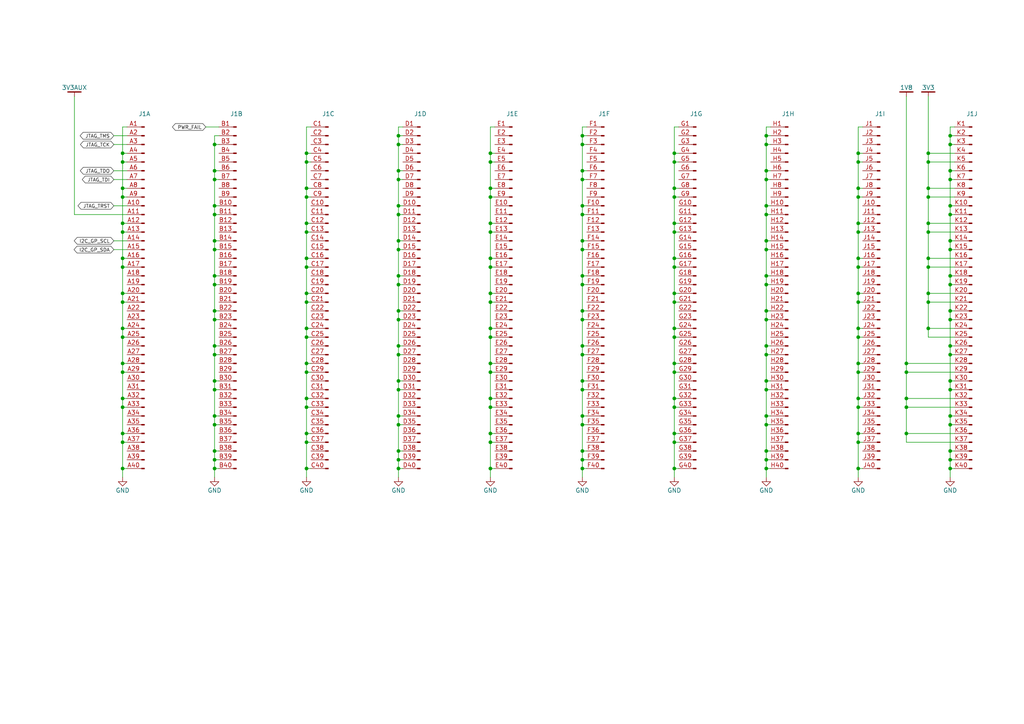
<source format=kicad_sch>
(kicad_sch (version 20230121) (generator eeschema)
  (paper "A4")
  (title_block (title "10x40 SEARAY Connector A") (date "2023-12-22") (rev "A") (company "Jordan Harris-Toovy") (comment 1 "Mainboard for Capstone Project at Oregon Tech") (comment 2 "NOT FMC (VITA 57.1) Compatible. See attached pinout"))
  (lib_symbols
    (symbol "Capstone_Library:1V8" (power) (pin_numbers hide) (pin_names (offset 0) hide) (in_bom no) (on_board no)
      (property "Value" "1V8" (at 0 1.27 0))
      (symbol "1V8_1_1"
        (pin power_in line (at 0 -1.27 90) (length 1.27) hide (name "1V8") (number "1"))
      )
    )
    (symbol "Capstone_Library:3V3" (power) (pin_numbers hide) (pin_names (offset 0) hide) (in_bom no) (on_board no)
      (property "Value" "3V3" (at 0 1.27 0))
      (symbol "3V3_1_1"
        (pin power_in line (at 0 -1.27 90) (length 1.27) hide (name "3V3") (number "1"))
      )
    )
    (symbol "Capstone_Library:3V3AUX" (power) (pin_numbers hide) (pin_names (offset 0) hide) (in_bom no) (on_board no)
      (property "Value" "3V3AUX" (at 0 1.27 0))
      (symbol "3V3AUX_1_1"
        (pin power_in line (at 0 -1.27 90) (length 1.27) hide (name "3V3AUX") (number "1"))
      )
    )
    (symbol "Connector:Samtec_ASP-134602-01" (pin_names (offset 1.016) hide)
      (property "Reference" "J" (at 0 50.8 0))
      (property "Value" "Samtec_ASP-134602-01" (at 0 -53.34 0))
      (symbol "Samtec_ASP-134602-01_1_1"
        (pin passive line (at -5.08 48.26 0) (length 3.81) (name "Pin_1") (number "A1"))
        (pin passive line (at -5.08 25.4 0) (length 3.81) (name "Pin_10") (number "A10"))
        (pin passive line (at -5.08 22.86 0) (length 3.81) (name "Pin_11") (number "A11"))
        (pin passive line (at -5.08 20.32 0) (length 3.81) (name "Pin_12") (number "A12"))
        (pin passive line (at -5.08 17.78 0) (length 3.81) (name "Pin_13") (number "A13"))
        (pin passive line (at -5.08 15.24 0) (length 3.81) (name "Pin_14") (number "A14"))
        (pin passive line (at -5.08 12.7 0) (length 3.81) (name "Pin_15") (number "A15"))
        (pin passive line (at -5.08 10.16 0) (length 3.81) (name "Pin_16") (number "A16"))
        (pin passive line (at -5.08 7.62 0) (length 3.81) (name "Pin_17") (number "A17"))
        (pin passive line (at -5.08 5.08 0) (length 3.81) (name "Pin_18") (number "A18"))
        (pin passive line (at -5.08 2.54 0) (length 3.81) (name "Pin_19") (number "A19"))
        (pin passive line (at -5.08 45.72 0) (length 3.81) (name "Pin_2") (number "A2"))
        (pin passive line (at -5.08 0 0) (length 3.81) (name "Pin_20") (number "A20"))
        (pin passive line (at -5.08 -2.54 0) (length 3.81) (name "Pin_21") (number "A21"))
        (pin passive line (at -5.08 -5.08 0) (length 3.81) (name "Pin_22") (number "A22"))
        (pin passive line (at -5.08 -7.62 0) (length 3.81) (name "Pin_23") (number "A23"))
        (pin passive line (at -5.08 -10.16 0) (length 3.81) (name "Pin_24") (number "A24"))
        (pin passive line (at -5.08 -12.7 0) (length 3.81) (name "Pin_25") (number "A25"))
        (pin passive line (at -5.08 -15.24 0) (length 3.81) (name "Pin_26") (number "A26"))
        (pin passive line (at -5.08 -17.78 0) (length 3.81) (name "Pin_27") (number "A27"))
        (pin passive line (at -5.08 -20.32 0) (length 3.81) (name "Pin_28") (number "A28"))
        (pin passive line (at -5.08 -22.86 0) (length 3.81) (name "Pin_29") (number "A29"))
        (pin passive line (at -5.08 43.18 0) (length 3.81) (name "Pin_3") (number "A3"))
        (pin passive line (at -5.08 -25.4 0) (length 3.81) (name "Pin_30") (number "A30"))
        (pin passive line (at -5.08 -27.94 0) (length 3.81) (name "Pin_31") (number "A31"))
        (pin passive line (at -5.08 -30.48 0) (length 3.81) (name "Pin_32") (number "A32"))
        (pin passive line (at -5.08 -33.02 0) (length 3.81) (name "Pin_33") (number "A33"))
        (pin passive line (at -5.08 -35.56 0) (length 3.81) (name "Pin_34") (number "A34"))
        (pin passive line (at -5.08 -38.1 0) (length 3.81) (name "Pin_35") (number "A35"))
        (pin passive line (at -5.08 -40.64 0) (length 3.81) (name "Pin_36") (number "A36"))
        (pin passive line (at -5.08 -43.18 0) (length 3.81) (name "Pin_37") (number "A37"))
        (pin passive line (at -5.08 -45.72 0) (length 3.81) (name "Pin_38") (number "A38"))
        (pin passive line (at -5.08 -48.26 0) (length 3.81) (name "Pin_39") (number "A39"))
        (pin passive line (at -5.08 40.64 0) (length 3.81) (name "Pin_4") (number "A4"))
        (pin passive line (at -5.08 -50.8 0) (length 3.81) (name "Pin_40") (number "A40"))
        (pin passive line (at -5.08 38.1 0) (length 3.81) (name "Pin_5") (number "A5"))
        (pin passive line (at -5.08 35.56 0) (length 3.81) (name "Pin_6") (number "A6"))
        (pin passive line (at -5.08 33.02 0) (length 3.81) (name "Pin_7") (number "A7"))
        (pin passive line (at -5.08 30.48 0) (length 3.81) (name "Pin_8") (number "A8"))
        (pin passive line (at -5.08 27.94 0) (length 3.81) (name "Pin_9") (number "A9"))
      )
      (symbol "Samtec_ASP-134602-01_2_1"
        (pin passive line (at -5.08 48.26 0) (length 3.81) (name "Pin_1") (number "B1"))
        (pin passive line (at -5.08 25.4 0) (length 3.81) (name "Pin_10") (number "B10"))
        (pin passive line (at -5.08 22.86 0) (length 3.81) (name "Pin_11") (number "B11"))
        (pin passive line (at -5.08 20.32 0) (length 3.81) (name "Pin_12") (number "B12"))
        (pin passive line (at -5.08 17.78 0) (length 3.81) (name "Pin_13") (number "B13"))
        (pin passive line (at -5.08 15.24 0) (length 3.81) (name "Pin_14") (number "B14"))
        (pin passive line (at -5.08 12.7 0) (length 3.81) (name "Pin_15") (number "B15"))
        (pin passive line (at -5.08 10.16 0) (length 3.81) (name "Pin_16") (number "B16"))
        (pin passive line (at -5.08 7.62 0) (length 3.81) (name "Pin_17") (number "B17"))
        (pin passive line (at -5.08 5.08 0) (length 3.81) (name "Pin_18") (number "B18"))
        (pin passive line (at -5.08 2.54 0) (length 3.81) (name "Pin_19") (number "B19"))
        (pin passive line (at -5.08 45.72 0) (length 3.81) (name "Pin_2") (number "B2"))
        (pin passive line (at -5.08 0 0) (length 3.81) (name "Pin_20") (number "B20"))
        (pin passive line (at -5.08 -2.54 0) (length 3.81) (name "Pin_21") (number "B21"))
        (pin passive line (at -5.08 -5.08 0) (length 3.81) (name "Pin_22") (number "B22"))
        (pin passive line (at -5.08 -7.62 0) (length 3.81) (name "Pin_23") (number "B23"))
        (pin passive line (at -5.08 -10.16 0) (length 3.81) (name "Pin_24") (number "B24"))
        (pin passive line (at -5.08 -12.7 0) (length 3.81) (name "Pin_25") (number "B25"))
        (pin passive line (at -5.08 -15.24 0) (length 3.81) (name "Pin_26") (number "B26"))
        (pin passive line (at -5.08 -17.78 0) (length 3.81) (name "Pin_27") (number "B27"))
        (pin passive line (at -5.08 -20.32 0) (length 3.81) (name "Pin_28") (number "B28"))
        (pin passive line (at -5.08 -22.86 0) (length 3.81) (name "Pin_29") (number "B29"))
        (pin passive line (at -5.08 43.18 0) (length 3.81) (name "Pin_3") (number "B3"))
        (pin passive line (at -5.08 -25.4 0) (length 3.81) (name "Pin_30") (number "B30"))
        (pin passive line (at -5.08 -27.94 0) (length 3.81) (name "Pin_31") (number "B31"))
        (pin passive line (at -5.08 -30.48 0) (length 3.81) (name "Pin_32") (number "B32"))
        (pin passive line (at -5.08 -33.02 0) (length 3.81) (name "Pin_33") (number "B33"))
        (pin passive line (at -5.08 -35.56 0) (length 3.81) (name "Pin_34") (number "B34"))
        (pin passive line (at -5.08 -38.1 0) (length 3.81) (name "Pin_35") (number "B35"))
        (pin passive line (at -5.08 -40.64 0) (length 3.81) (name "Pin_36") (number "B36"))
        (pin passive line (at -5.08 -43.18 0) (length 3.81) (name "Pin_37") (number "B37"))
        (pin passive line (at -5.08 -45.72 0) (length 3.81) (name "Pin_38") (number "B38"))
        (pin passive line (at -5.08 -48.26 0) (length 3.81) (name "Pin_39") (number "B39"))
        (pin passive line (at -5.08 40.64 0) (length 3.81) (name "Pin_4") (number "B4"))
        (pin passive line (at -5.08 -50.8 0) (length 3.81) (name "Pin_40") (number "B40"))
        (pin passive line (at -5.08 38.1 0) (length 3.81) (name "Pin_5") (number "B5"))
        (pin passive line (at -5.08 35.56 0) (length 3.81) (name "Pin_6") (number "B6"))
        (pin passive line (at -5.08 33.02 0) (length 3.81) (name "Pin_7") (number "B7"))
        (pin passive line (at -5.08 30.48 0) (length 3.81) (name "Pin_8") (number "B8"))
        (pin passive line (at -5.08 27.94 0) (length 3.81) (name "Pin_9") (number "B9"))
      )
      (symbol "Samtec_ASP-134602-01_3_1"
        (pin passive line (at -5.08 48.26 0) (length 3.81) (name "Pin_1") (number "C1"))
        (pin passive line (at -5.08 25.4 0) (length 3.81) (name "Pin_10") (number "C10"))
        (pin passive line (at -5.08 22.86 0) (length 3.81) (name "Pin_11") (number "C11"))
        (pin passive line (at -5.08 20.32 0) (length 3.81) (name "Pin_12") (number "C12"))
        (pin passive line (at -5.08 17.78 0) (length 3.81) (name "Pin_13") (number "C13"))
        (pin passive line (at -5.08 15.24 0) (length 3.81) (name "Pin_14") (number "C14"))
        (pin passive line (at -5.08 12.7 0) (length 3.81) (name "Pin_15") (number "C15"))
        (pin passive line (at -5.08 10.16 0) (length 3.81) (name "Pin_16") (number "C16"))
        (pin passive line (at -5.08 7.62 0) (length 3.81) (name "Pin_17") (number "C17"))
        (pin passive line (at -5.08 5.08 0) (length 3.81) (name "Pin_18") (number "C18"))
        (pin passive line (at -5.08 2.54 0) (length 3.81) (name "Pin_19") (number "C19"))
        (pin passive line (at -5.08 45.72 0) (length 3.81) (name "Pin_2") (number "C2"))
        (pin passive line (at -5.08 0 0) (length 3.81) (name "Pin_20") (number "C20"))
        (pin passive line (at -5.08 -2.54 0) (length 3.81) (name "Pin_21") (number "C21"))
        (pin passive line (at -5.08 -5.08 0) (length 3.81) (name "Pin_22") (number "C22"))
        (pin passive line (at -5.08 -7.62 0) (length 3.81) (name "Pin_23") (number "C23"))
        (pin passive line (at -5.08 -10.16 0) (length 3.81) (name "Pin_24") (number "C24"))
        (pin passive line (at -5.08 -12.7 0) (length 3.81) (name "Pin_25") (number "C25"))
        (pin passive line (at -5.08 -15.24 0) (length 3.81) (name "Pin_26") (number "C26"))
        (pin passive line (at -5.08 -17.78 0) (length 3.81) (name "Pin_27") (number "C27"))
        (pin passive line (at -5.08 -20.32 0) (length 3.81) (name "Pin_28") (number "C28"))
        (pin passive line (at -5.08 -22.86 0) (length 3.81) (name "Pin_29") (number "C29"))
        (pin passive line (at -5.08 43.18 0) (length 3.81) (name "Pin_3") (number "C3"))
        (pin passive line (at -5.08 -25.4 0) (length 3.81) (name "Pin_30") (number "C30"))
        (pin passive line (at -5.08 -27.94 0) (length 3.81) (name "Pin_31") (number "C31"))
        (pin passive line (at -5.08 -30.48 0) (length 3.81) (name "Pin_32") (number "C32"))
        (pin passive line (at -5.08 -33.02 0) (length 3.81) (name "Pin_33") (number "C33"))
        (pin passive line (at -5.08 -35.56 0) (length 3.81) (name "Pin_34") (number "C34"))
        (pin passive line (at -5.08 -38.1 0) (length 3.81) (name "Pin_35") (number "C35"))
        (pin passive line (at -5.08 -40.64 0) (length 3.81) (name "Pin_36") (number "C36"))
        (pin passive line (at -5.08 -43.18 0) (length 3.81) (name "Pin_37") (number "C37"))
        (pin passive line (at -5.08 -45.72 0) (length 3.81) (name "Pin_38") (number "C38"))
        (pin passive line (at -5.08 -48.26 0) (length 3.81) (name "Pin_39") (number "C39"))
        (pin passive line (at -5.08 40.64 0) (length 3.81) (name "Pin_4") (number "C4"))
        (pin passive line (at -5.08 -50.8 0) (length 3.81) (name "Pin_40") (number "C40"))
        (pin passive line (at -5.08 38.1 0) (length 3.81) (name "Pin_5") (number "C5"))
        (pin passive line (at -5.08 35.56 0) (length 3.81) (name "Pin_6") (number "C6"))
        (pin passive line (at -5.08 33.02 0) (length 3.81) (name "Pin_7") (number "C7"))
        (pin passive line (at -5.08 30.48 0) (length 3.81) (name "Pin_8") (number "C8"))
        (pin passive line (at -5.08 27.94 0) (length 3.81) (name "Pin_9") (number "C9"))
      )
      (symbol "Samtec_ASP-134602-01_4_1"
        (pin passive line (at -5.08 48.26 0) (length 3.81) (name "Pin_1") (number "D1"))
        (pin passive line (at -5.08 25.4 0) (length 3.81) (name "Pin_10") (number "D10"))
        (pin passive line (at -5.08 22.86 0) (length 3.81) (name "Pin_11") (number "D11"))
        (pin passive line (at -5.08 20.32 0) (length 3.81) (name "Pin_12") (number "D12"))
        (pin passive line (at -5.08 17.78 0) (length 3.81) (name "Pin_13") (number "D13"))
        (pin passive line (at -5.08 15.24 0) (length 3.81) (name "Pin_14") (number "D14"))
        (pin passive line (at -5.08 12.7 0) (length 3.81) (name "Pin_15") (number "D15"))
        (pin passive line (at -5.08 10.16 0) (length 3.81) (name "Pin_16") (number "D16"))
        (pin passive line (at -5.08 7.62 0) (length 3.81) (name "Pin_17") (number "D17"))
        (pin passive line (at -5.08 5.08 0) (length 3.81) (name "Pin_18") (number "D18"))
        (pin passive line (at -5.08 2.54 0) (length 3.81) (name "Pin_19") (number "D19"))
        (pin passive line (at -5.08 45.72 0) (length 3.81) (name "Pin_2") (number "D2"))
        (pin passive line (at -5.08 0 0) (length 3.81) (name "Pin_20") (number "D20"))
        (pin passive line (at -5.08 -2.54 0) (length 3.81) (name "Pin_21") (number "D21"))
        (pin passive line (at -5.08 -5.08 0) (length 3.81) (name "Pin_22") (number "D22"))
        (pin passive line (at -5.08 -7.62 0) (length 3.81) (name "Pin_23") (number "D23"))
        (pin passive line (at -5.08 -10.16 0) (length 3.81) (name "Pin_24") (number "D24"))
        (pin passive line (at -5.08 -12.7 0) (length 3.81) (name "Pin_25") (number "D25"))
        (pin passive line (at -5.08 -15.24 0) (length 3.81) (name "Pin_26") (number "D26"))
        (pin passive line (at -5.08 -17.78 0) (length 3.81) (name "Pin_27") (number "D27"))
        (pin passive line (at -5.08 -20.32 0) (length 3.81) (name "Pin_28") (number "D28"))
        (pin passive line (at -5.08 -22.86 0) (length 3.81) (name "Pin_29") (number "D29"))
        (pin passive line (at -5.08 43.18 0) (length 3.81) (name "Pin_3") (number "D3"))
        (pin passive line (at -5.08 -25.4 0) (length 3.81) (name "Pin_30") (number "D30"))
        (pin passive line (at -5.08 -27.94 0) (length 3.81) (name "Pin_31") (number "D31"))
        (pin passive line (at -5.08 -30.48 0) (length 3.81) (name "Pin_32") (number "D32"))
        (pin passive line (at -5.08 -33.02 0) (length 3.81) (name "Pin_33") (number "D33"))
        (pin passive line (at -5.08 -35.56 0) (length 3.81) (name "Pin_34") (number "D34"))
        (pin passive line (at -5.08 -38.1 0) (length 3.81) (name "Pin_35") (number "D35"))
        (pin passive line (at -5.08 -40.64 0) (length 3.81) (name "Pin_36") (number "D36"))
        (pin passive line (at -5.08 -43.18 0) (length 3.81) (name "Pin_37") (number "D37"))
        (pin passive line (at -5.08 -45.72 0) (length 3.81) (name "Pin_38") (number "D38"))
        (pin passive line (at -5.08 -48.26 0) (length 3.81) (name "Pin_39") (number "D39"))
        (pin passive line (at -5.08 40.64 0) (length 3.81) (name "Pin_4") (number "D4"))
        (pin passive line (at -5.08 -50.8 0) (length 3.81) (name "Pin_40") (number "D40"))
        (pin passive line (at -5.08 38.1 0) (length 3.81) (name "Pin_5") (number "D5"))
        (pin passive line (at -5.08 35.56 0) (length 3.81) (name "Pin_6") (number "D6"))
        (pin passive line (at -5.08 33.02 0) (length 3.81) (name "Pin_7") (number "D7"))
        (pin passive line (at -5.08 30.48 0) (length 3.81) (name "Pin_8") (number "D8"))
        (pin passive line (at -5.08 27.94 0) (length 3.81) (name "Pin_9") (number "D9"))
      )
      (symbol "Samtec_ASP-134602-01_5_1"
        (pin passive line (at -5.08 48.26 0) (length 3.81) (name "Pin_1") (number "E1"))
        (pin passive line (at -5.08 25.4 0) (length 3.81) (name "Pin_10") (number "E10"))
        (pin passive line (at -5.08 22.86 0) (length 3.81) (name "Pin_11") (number "E11"))
        (pin passive line (at -5.08 20.32 0) (length 3.81) (name "Pin_12") (number "E12"))
        (pin passive line (at -5.08 17.78 0) (length 3.81) (name "Pin_13") (number "E13"))
        (pin passive line (at -5.08 15.24 0) (length 3.81) (name "Pin_14") (number "E14"))
        (pin passive line (at -5.08 12.7 0) (length 3.81) (name "Pin_15") (number "E15"))
        (pin passive line (at -5.08 10.16 0) (length 3.81) (name "Pin_16") (number "E16"))
        (pin passive line (at -5.08 7.62 0) (length 3.81) (name "Pin_17") (number "E17"))
        (pin passive line (at -5.08 5.08 0) (length 3.81) (name "Pin_18") (number "E18"))
        (pin passive line (at -5.08 2.54 0) (length 3.81) (name "Pin_19") (number "E19"))
        (pin passive line (at -5.08 45.72 0) (length 3.81) (name "Pin_2") (number "E2"))
        (pin passive line (at -5.08 0 0) (length 3.81) (name "Pin_20") (number "E20"))
        (pin passive line (at -5.08 -2.54 0) (length 3.81) (name "Pin_21") (number "E21"))
        (pin passive line (at -5.08 -5.08 0) (length 3.81) (name "Pin_22") (number "E22"))
        (pin passive line (at -5.08 -7.62 0) (length 3.81) (name "Pin_23") (number "E23"))
        (pin passive line (at -5.08 -10.16 0) (length 3.81) (name "Pin_24") (number "E24"))
        (pin passive line (at -5.08 -12.7 0) (length 3.81) (name "Pin_25") (number "E25"))
        (pin passive line (at -5.08 -15.24 0) (length 3.81) (name "Pin_26") (number "E26"))
        (pin passive line (at -5.08 -17.78 0) (length 3.81) (name "Pin_27") (number "E27"))
        (pin passive line (at -5.08 -20.32 0) (length 3.81) (name "Pin_28") (number "E28"))
        (pin passive line (at -5.08 -22.86 0) (length 3.81) (name "Pin_29") (number "E29"))
        (pin passive line (at -5.08 43.18 0) (length 3.81) (name "Pin_3") (number "E3"))
        (pin passive line (at -5.08 -25.4 0) (length 3.81) (name "Pin_30") (number "E30"))
        (pin passive line (at -5.08 -27.94 0) (length 3.81) (name "Pin_31") (number "E31"))
        (pin passive line (at -5.08 -30.48 0) (length 3.81) (name "Pin_32") (number "E32"))
        (pin passive line (at -5.08 -33.02 0) (length 3.81) (name "Pin_33") (number "E33"))
        (pin passive line (at -5.08 -35.56 0) (length 3.81) (name "Pin_34") (number "E34"))
        (pin passive line (at -5.08 -38.1 0) (length 3.81) (name "Pin_35") (number "E35"))
        (pin passive line (at -5.08 -40.64 0) (length 3.81) (name "Pin_36") (number "E36"))
        (pin passive line (at -5.08 -43.18 0) (length 3.81) (name "Pin_37") (number "E37"))
        (pin passive line (at -5.08 -45.72 0) (length 3.81) (name "Pin_38") (number "E38"))
        (pin passive line (at -5.08 -48.26 0) (length 3.81) (name "Pin_39") (number "E39"))
        (pin passive line (at -5.08 40.64 0) (length 3.81) (name "Pin_4") (number "E4"))
        (pin passive line (at -5.08 -50.8 0) (length 3.81) (name "Pin_40") (number "E40"))
        (pin passive line (at -5.08 38.1 0) (length 3.81) (name "Pin_5") (number "E5"))
        (pin passive line (at -5.08 35.56 0) (length 3.81) (name "Pin_6") (number "E6"))
        (pin passive line (at -5.08 33.02 0) (length 3.81) (name "Pin_7") (number "E7"))
        (pin passive line (at -5.08 30.48 0) (length 3.81) (name "Pin_8") (number "E8"))
        (pin passive line (at -5.08 27.94 0) (length 3.81) (name "Pin_9") (number "E9"))
      )
      (symbol "Samtec_ASP-134602-01_6_1"
        (pin passive line (at -5.08 48.26 0) (length 3.81) (name "Pin_1") (number "F1"))
        (pin passive line (at -5.08 25.4 0) (length 3.81) (name "Pin_10") (number "F10"))
        (pin passive line (at -5.08 22.86 0) (length 3.81) (name "Pin_11") (number "F11"))
        (pin passive line (at -5.08 20.32 0) (length 3.81) (name "Pin_12") (number "F12"))
        (pin passive line (at -5.08 17.78 0) (length 3.81) (name "Pin_13") (number "F13"))
        (pin passive line (at -5.08 15.24 0) (length 3.81) (name "Pin_14") (number "F14"))
        (pin passive line (at -5.08 12.7 0) (length 3.81) (name "Pin_15") (number "F15"))
        (pin passive line (at -5.08 10.16 0) (length 3.81) (name "Pin_16") (number "F16"))
        (pin passive line (at -5.08 7.62 0) (length 3.81) (name "Pin_17") (number "F17"))
        (pin passive line (at -5.08 5.08 0) (length 3.81) (name "Pin_18") (number "F18"))
        (pin passive line (at -5.08 2.54 0) (length 3.81) (name "Pin_19") (number "F19"))
        (pin passive line (at -5.08 45.72 0) (length 3.81) (name "Pin_2") (number "F2"))
        (pin passive line (at -5.08 0 0) (length 3.81) (name "Pin_20") (number "F20"))
        (pin passive line (at -5.08 -2.54 0) (length 3.81) (name "Pin_21") (number "F21"))
        (pin passive line (at -5.08 -5.08 0) (length 3.81) (name "Pin_22") (number "F22"))
        (pin passive line (at -5.08 -7.62 0) (length 3.81) (name "Pin_23") (number "F23"))
        (pin passive line (at -5.08 -10.16 0) (length 3.81) (name "Pin_24") (number "F24"))
        (pin passive line (at -5.08 -12.7 0) (length 3.81) (name "Pin_25") (number "F25"))
        (pin passive line (at -5.08 -15.24 0) (length 3.81) (name "Pin_26") (number "F26"))
        (pin passive line (at -5.08 -17.78 0) (length 3.81) (name "Pin_27") (number "F27"))
        (pin passive line (at -5.08 -20.32 0) (length 3.81) (name "Pin_28") (number "F28"))
        (pin passive line (at -5.08 -22.86 0) (length 3.81) (name "Pin_29") (number "F29"))
        (pin passive line (at -5.08 43.18 0) (length 3.81) (name "Pin_3") (number "F3"))
        (pin passive line (at -5.08 -25.4 0) (length 3.81) (name "Pin_30") (number "F30"))
        (pin passive line (at -5.08 -27.94 0) (length 3.81) (name "Pin_31") (number "F31"))
        (pin passive line (at -5.08 -30.48 0) (length 3.81) (name "Pin_32") (number "F32"))
        (pin passive line (at -5.08 -33.02 0) (length 3.81) (name "Pin_33") (number "F33"))
        (pin passive line (at -5.08 -35.56 0) (length 3.81) (name "Pin_34") (number "F34"))
        (pin passive line (at -5.08 -38.1 0) (length 3.81) (name "Pin_35") (number "F35"))
        (pin passive line (at -5.08 -40.64 0) (length 3.81) (name "Pin_36") (number "F36"))
        (pin passive line (at -5.08 -43.18 0) (length 3.81) (name "Pin_37") (number "F37"))
        (pin passive line (at -5.08 -45.72 0) (length 3.81) (name "Pin_38") (number "F38"))
        (pin passive line (at -5.08 -48.26 0) (length 3.81) (name "Pin_39") (number "F39"))
        (pin passive line (at -5.08 40.64 0) (length 3.81) (name "Pin_4") (number "F4"))
        (pin passive line (at -5.08 -50.8 0) (length 3.81) (name "Pin_40") (number "F40"))
        (pin passive line (at -5.08 38.1 0) (length 3.81) (name "Pin_5") (number "F5"))
        (pin passive line (at -5.08 35.56 0) (length 3.81) (name "Pin_6") (number "F6"))
        (pin passive line (at -5.08 33.02 0) (length 3.81) (name "Pin_7") (number "F7"))
        (pin passive line (at -5.08 30.48 0) (length 3.81) (name "Pin_8") (number "F8"))
        (pin passive line (at -5.08 27.94 0) (length 3.81) (name "Pin_9") (number "F9"))
      )
      (symbol "Samtec_ASP-134602-01_7_1"
        (pin passive line (at -5.08 48.26 0) (length 3.81) (name "Pin_1") (number "G1"))
        (pin passive line (at -5.08 25.4 0) (length 3.81) (name "Pin_10") (number "G10"))
        (pin passive line (at -5.08 22.86 0) (length 3.81) (name "Pin_11") (number "G11"))
        (pin passive line (at -5.08 20.32 0) (length 3.81) (name "Pin_12") (number "G12"))
        (pin passive line (at -5.08 17.78 0) (length 3.81) (name "Pin_13") (number "G13"))
        (pin passive line (at -5.08 15.24 0) (length 3.81) (name "Pin_14") (number "G14"))
        (pin passive line (at -5.08 12.7 0) (length 3.81) (name "Pin_15") (number "G15"))
        (pin passive line (at -5.08 10.16 0) (length 3.81) (name "Pin_16") (number "G16"))
        (pin passive line (at -5.08 7.62 0) (length 3.81) (name "Pin_17") (number "G17"))
        (pin passive line (at -5.08 5.08 0) (length 3.81) (name "Pin_18") (number "G18"))
        (pin passive line (at -5.08 2.54 0) (length 3.81) (name "Pin_19") (number "G19"))
        (pin passive line (at -5.08 45.72 0) (length 3.81) (name "Pin_2") (number "G2"))
        (pin passive line (at -5.08 0 0) (length 3.81) (name "Pin_20") (number "G20"))
        (pin passive line (at -5.08 -2.54 0) (length 3.81) (name "Pin_21") (number "G21"))
        (pin passive line (at -5.08 -5.08 0) (length 3.81) (name "Pin_22") (number "G22"))
        (pin passive line (at -5.08 -7.62 0) (length 3.81) (name "Pin_23") (number "G23"))
        (pin passive line (at -5.08 -10.16 0) (length 3.81) (name "Pin_24") (number "G24"))
        (pin passive line (at -5.08 -12.7 0) (length 3.81) (name "Pin_25") (number "G25"))
        (pin passive line (at -5.08 -15.24 0) (length 3.81) (name "Pin_26") (number "G26"))
        (pin passive line (at -5.08 -17.78 0) (length 3.81) (name "Pin_27") (number "G27"))
        (pin passive line (at -5.08 -20.32 0) (length 3.81) (name "Pin_28") (number "G28"))
        (pin passive line (at -5.08 -22.86 0) (length 3.81) (name "Pin_29") (number "G29"))
        (pin passive line (at -5.08 43.18 0) (length 3.81) (name "Pin_3") (number "G3"))
        (pin passive line (at -5.08 -25.4 0) (length 3.81) (name "Pin_30") (number "G30"))
        (pin passive line (at -5.08 -27.94 0) (length 3.81) (name "Pin_31") (number "G31"))
        (pin passive line (at -5.08 -30.48 0) (length 3.81) (name "Pin_32") (number "G32"))
        (pin passive line (at -5.08 -33.02 0) (length 3.81) (name "Pin_33") (number "G33"))
        (pin passive line (at -5.08 -35.56 0) (length 3.81) (name "Pin_34") (number "G34"))
        (pin passive line (at -5.08 -38.1 0) (length 3.81) (name "Pin_35") (number "G35"))
        (pin passive line (at -5.08 -40.64 0) (length 3.81) (name "Pin_36") (number "G36"))
        (pin passive line (at -5.08 -43.18 0) (length 3.81) (name "Pin_37") (number "G37"))
        (pin passive line (at -5.08 -45.72 0) (length 3.81) (name "Pin_38") (number "G38"))
        (pin passive line (at -5.08 -48.26 0) (length 3.81) (name "Pin_39") (number "G39"))
        (pin passive line (at -5.08 40.64 0) (length 3.81) (name "Pin_4") (number "G4"))
        (pin passive line (at -5.08 -50.8 0) (length 3.81) (name "Pin_40") (number "G40"))
        (pin passive line (at -5.08 38.1 0) (length 3.81) (name "Pin_5") (number "G5"))
        (pin passive line (at -5.08 35.56 0) (length 3.81) (name "Pin_6") (number "G6"))
        (pin passive line (at -5.08 33.02 0) (length 3.81) (name "Pin_7") (number "G7"))
        (pin passive line (at -5.08 30.48 0) (length 3.81) (name "Pin_8") (number "G8"))
        (pin passive line (at -5.08 27.94 0) (length 3.81) (name "Pin_9") (number "G9"))
      )
      (symbol "Samtec_ASP-134602-01_8_1"
        (pin passive line (at -5.08 48.26 0) (length 3.81) (name "Pin_1") (number "H1"))
        (pin passive line (at -5.08 25.4 0) (length 3.81) (name "Pin_10") (number "H10"))
        (pin passive line (at -5.08 22.86 0) (length 3.81) (name "Pin_11") (number "H11"))
        (pin passive line (at -5.08 20.32 0) (length 3.81) (name "Pin_12") (number "H12"))
        (pin passive line (at -5.08 17.78 0) (length 3.81) (name "Pin_13") (number "H13"))
        (pin passive line (at -5.08 15.24 0) (length 3.81) (name "Pin_14") (number "H14"))
        (pin passive line (at -5.08 12.7 0) (length 3.81) (name "Pin_15") (number "H15"))
        (pin passive line (at -5.08 10.16 0) (length 3.81) (name "Pin_16") (number "H16"))
        (pin passive line (at -5.08 7.62 0) (length 3.81) (name "Pin_17") (number "H17"))
        (pin passive line (at -5.08 5.08 0) (length 3.81) (name "Pin_18") (number "H18"))
        (pin passive line (at -5.08 2.54 0) (length 3.81) (name "Pin_19") (number "H19"))
        (pin passive line (at -5.08 45.72 0) (length 3.81) (name "Pin_2") (number "H2"))
        (pin passive line (at -5.08 0 0) (length 3.81) (name "Pin_20") (number "H20"))
        (pin passive line (at -5.08 -2.54 0) (length 3.81) (name "Pin_21") (number "H21"))
        (pin passive line (at -5.08 -5.08 0) (length 3.81) (name "Pin_22") (number "H22"))
        (pin passive line (at -5.08 -7.62 0) (length 3.81) (name "Pin_23") (number "H23"))
        (pin passive line (at -5.08 -10.16 0) (length 3.81) (name "Pin_24") (number "H24"))
        (pin passive line (at -5.08 -12.7 0) (length 3.81) (name "Pin_25") (number "H25"))
        (pin passive line (at -5.08 -15.24 0) (length 3.81) (name "Pin_26") (number "H26"))
        (pin passive line (at -5.08 -17.78 0) (length 3.81) (name "Pin_27") (number "H27"))
        (pin passive line (at -5.08 -20.32 0) (length 3.81) (name "Pin_28") (number "H28"))
        (pin passive line (at -5.08 -22.86 0) (length 3.81) (name "Pin_29") (number "H29"))
        (pin passive line (at -5.08 43.18 0) (length 3.81) (name "Pin_3") (number "H3"))
        (pin passive line (at -5.08 -25.4 0) (length 3.81) (name "Pin_30") (number "H30"))
        (pin passive line (at -5.08 -27.94 0) (length 3.81) (name "Pin_31") (number "H31"))
        (pin passive line (at -5.08 -30.48 0) (length 3.81) (name "Pin_32") (number "H32"))
        (pin passive line (at -5.08 -33.02 0) (length 3.81) (name "Pin_33") (number "H33"))
        (pin passive line (at -5.08 -35.56 0) (length 3.81) (name "Pin_34") (number "H34"))
        (pin passive line (at -5.08 -38.1 0) (length 3.81) (name "Pin_35") (number "H35"))
        (pin passive line (at -5.08 -40.64 0) (length 3.81) (name "Pin_36") (number "H36"))
        (pin passive line (at -5.08 -43.18 0) (length 3.81) (name "Pin_37") (number "H37"))
        (pin passive line (at -5.08 -45.72 0) (length 3.81) (name "Pin_38") (number "H38"))
        (pin passive line (at -5.08 -48.26 0) (length 3.81) (name "Pin_39") (number "H39"))
        (pin passive line (at -5.08 40.64 0) (length 3.81) (name "Pin_4") (number "H4"))
        (pin passive line (at -5.08 -50.8 0) (length 3.81) (name "Pin_40") (number "H40"))
        (pin passive line (at -5.08 38.1 0) (length 3.81) (name "Pin_5") (number "H5"))
        (pin passive line (at -5.08 35.56 0) (length 3.81) (name "Pin_6") (number "H6"))
        (pin passive line (at -5.08 33.02 0) (length 3.81) (name "Pin_7") (number "H7"))
        (pin passive line (at -5.08 30.48 0) (length 3.81) (name "Pin_8") (number "H8"))
        (pin passive line (at -5.08 27.94 0) (length 3.81) (name "Pin_9") (number "H9"))
      )
      (symbol "Samtec_ASP-134602-01_9_1"
        (pin passive line (at -5.08 48.26 0) (length 3.81) (name "Pin_1") (number "J1"))
        (pin passive line (at -5.08 25.4 0) (length 3.81) (name "Pin_10") (number "J10"))
        (pin passive line (at -5.08 22.86 0) (length 3.81) (name "Pin_11") (number "J11"))
        (pin passive line (at -5.08 20.32 0) (length 3.81) (name "Pin_12") (number "J12"))
        (pin passive line (at -5.08 17.78 0) (length 3.81) (name "Pin_13") (number "J13"))
        (pin passive line (at -5.08 15.24 0) (length 3.81) (name "Pin_14") (number "J14"))
        (pin passive line (at -5.08 12.7 0) (length 3.81) (name "Pin_15") (number "J15"))
        (pin passive line (at -5.08 10.16 0) (length 3.81) (name "Pin_16") (number "J16"))
        (pin passive line (at -5.08 7.62 0) (length 3.81) (name "Pin_17") (number "J17"))
        (pin passive line (at -5.08 5.08 0) (length 3.81) (name "Pin_18") (number "J18"))
        (pin passive line (at -5.08 2.54 0) (length 3.81) (name "Pin_19") (number "J19"))
        (pin passive line (at -5.08 45.72 0) (length 3.81) (name "Pin_2") (number "J2"))
        (pin passive line (at -5.08 0 0) (length 3.81) (name "Pin_20") (number "J20"))
        (pin passive line (at -5.08 -2.54 0) (length 3.81) (name "Pin_21") (number "J21"))
        (pin passive line (at -5.08 -5.08 0) (length 3.81) (name "Pin_22") (number "J22"))
        (pin passive line (at -5.08 -7.62 0) (length 3.81) (name "Pin_23") (number "J23"))
        (pin passive line (at -5.08 -10.16 0) (length 3.81) (name "Pin_24") (number "J24"))
        (pin passive line (at -5.08 -12.7 0) (length 3.81) (name "Pin_25") (number "J25"))
        (pin passive line (at -5.08 -15.24 0) (length 3.81) (name "Pin_26") (number "J26"))
        (pin passive line (at -5.08 -17.78 0) (length 3.81) (name "Pin_27") (number "J27"))
        (pin passive line (at -5.08 -20.32 0) (length 3.81) (name "Pin_28") (number "J28"))
        (pin passive line (at -5.08 -22.86 0) (length 3.81) (name "Pin_29") (number "J29"))
        (pin passive line (at -5.08 43.18 0) (length 3.81) (name "Pin_3") (number "J3"))
        (pin passive line (at -5.08 -25.4 0) (length 3.81) (name "Pin_30") (number "J30"))
        (pin passive line (at -5.08 -27.94 0) (length 3.81) (name "Pin_31") (number "J31"))
        (pin passive line (at -5.08 -30.48 0) (length 3.81) (name "Pin_32") (number "J32"))
        (pin passive line (at -5.08 -33.02 0) (length 3.81) (name "Pin_33") (number "J33"))
        (pin passive line (at -5.08 -35.56 0) (length 3.81) (name "Pin_34") (number "J34"))
        (pin passive line (at -5.08 -38.1 0) (length 3.81) (name "Pin_35") (number "J35"))
        (pin passive line (at -5.08 -40.64 0) (length 3.81) (name "Pin_36") (number "J36"))
        (pin passive line (at -5.08 -43.18 0) (length 3.81) (name "Pin_37") (number "J37"))
        (pin passive line (at -5.08 -45.72 0) (length 3.81) (name "Pin_38") (number "J38"))
        (pin passive line (at -5.08 -48.26 0) (length 3.81) (name "Pin_39") (number "J39"))
        (pin passive line (at -5.08 40.64 0) (length 3.81) (name "Pin_4") (number "J4"))
        (pin passive line (at -5.08 -50.8 0) (length 3.81) (name "Pin_40") (number "J40"))
        (pin passive line (at -5.08 38.1 0) (length 3.81) (name "Pin_5") (number "J5"))
        (pin passive line (at -5.08 35.56 0) (length 3.81) (name "Pin_6") (number "J6"))
        (pin passive line (at -5.08 33.02 0) (length 3.81) (name "Pin_7") (number "J7"))
        (pin passive line (at -5.08 30.48 0) (length 3.81) (name "Pin_8") (number "J8"))
        (pin passive line (at -5.08 27.94 0) (length 3.81) (name "Pin_9") (number "J9"))
      )
      (symbol "Samtec_ASP-134602-01_10_1"
        (pin passive line (at -5.08 48.26 0) (length 3.81) (name "Pin_1") (number "K1"))
        (pin passive line (at -5.08 25.4 0) (length 3.81) (name "Pin_10") (number "K10"))
        (pin passive line (at -5.08 22.86 0) (length 3.81) (name "Pin_11") (number "K11"))
        (pin passive line (at -5.08 20.32 0) (length 3.81) (name "Pin_12") (number "K12"))
        (pin passive line (at -5.08 17.78 0) (length 3.81) (name "Pin_13") (number "K13"))
        (pin passive line (at -5.08 15.24 0) (length 3.81) (name "Pin_14") (number "K14"))
        (pin passive line (at -5.08 12.7 0) (length 3.81) (name "Pin_15") (number "K15"))
        (pin passive line (at -5.08 10.16 0) (length 3.81) (name "Pin_16") (number "K16"))
        (pin passive line (at -5.08 7.62 0) (length 3.81) (name "Pin_17") (number "K17"))
        (pin passive line (at -5.08 5.08 0) (length 3.81) (name "Pin_18") (number "K18"))
        (pin passive line (at -5.08 2.54 0) (length 3.81) (name "Pin_19") (number "K19"))
        (pin passive line (at -5.08 45.72 0) (length 3.81) (name "Pin_2") (number "K2"))
        (pin passive line (at -5.08 0 0) (length 3.81) (name "Pin_20") (number "K20"))
        (pin passive line (at -5.08 -2.54 0) (length 3.81) (name "Pin_21") (number "K21"))
        (pin passive line (at -5.08 -5.08 0) (length 3.81) (name "Pin_22") (number "K22"))
        (pin passive line (at -5.08 -7.62 0) (length 3.81) (name "Pin_23") (number "K23"))
        (pin passive line (at -5.08 -10.16 0) (length 3.81) (name "Pin_24") (number "K24"))
        (pin passive line (at -5.08 -12.7 0) (length 3.81) (name "Pin_25") (number "K25"))
        (pin passive line (at -5.08 -15.24 0) (length 3.81) (name "Pin_26") (number "K26"))
        (pin passive line (at -5.08 -17.78 0) (length 3.81) (name "Pin_27") (number "K27"))
        (pin passive line (at -5.08 -20.32 0) (length 3.81) (name "Pin_28") (number "K28"))
        (pin passive line (at -5.08 -22.86 0) (length 3.81) (name "Pin_29") (number "K29"))
        (pin passive line (at -5.08 43.18 0) (length 3.81) (name "Pin_3") (number "K3"))
        (pin passive line (at -5.08 -25.4 0) (length 3.81) (name "Pin_30") (number "K30"))
        (pin passive line (at -5.08 -27.94 0) (length 3.81) (name "Pin_31") (number "K31"))
        (pin passive line (at -5.08 -30.48 0) (length 3.81) (name "Pin_32") (number "K32"))
        (pin passive line (at -5.08 -33.02 0) (length 3.81) (name "Pin_33") (number "K33"))
        (pin passive line (at -5.08 -35.56 0) (length 3.81) (name "Pin_34") (number "K34"))
        (pin passive line (at -5.08 -38.1 0) (length 3.81) (name "Pin_35") (number "K35"))
        (pin passive line (at -5.08 -40.64 0) (length 3.81) (name "Pin_36") (number "K36"))
        (pin passive line (at -5.08 -43.18 0) (length 3.81) (name "Pin_37") (number "K37"))
        (pin passive line (at -5.08 -45.72 0) (length 3.81) (name "Pin_38") (number "K38"))
        (pin passive line (at -5.08 -48.26 0) (length 3.81) (name "Pin_39") (number "K39"))
        (pin passive line (at -5.08 40.64 0) (length 3.81) (name "Pin_4") (number "K4"))
        (pin passive line (at -5.08 -50.8 0) (length 3.81) (name "Pin_40") (number "K40"))
        (pin passive line (at -5.08 38.1 0) (length 3.81) (name "Pin_5") (number "K5"))
        (pin passive line (at -5.08 35.56 0) (length 3.81) (name "Pin_6") (number "K6"))
        (pin passive line (at -5.08 33.02 0) (length 3.81) (name "Pin_7") (number "K7"))
        (pin passive line (at -5.08 30.48 0) (length 3.81) (name "Pin_8") (number "K8"))
        (pin passive line (at -5.08 27.94 0) (length 3.81) (name "Pin_9") (number "K9"))
      )
    )
    (symbol "power:GND" (power) (pin_names (offset 0))
      (property "Value" "GND" (at 0 -3.81 0))
      (symbol "GND_1_1"
        (pin power_in line (at 0 0 270) (length 0) hide (name "GND") (number "1"))
      )
    )
  )
  (junction (at 88.9 105.41))
  (junction (at 142.24 87.63))
  (junction (at 62.23 82.55))
  (junction (at 269.24 44.45))
  (junction (at 275.59 113.03))
  (junction (at 168.91 123.19))
  (junction (at 269.24 85.09))
  (junction (at 222.25 102.87))
  (junction (at 195.58 57.15))
  (junction (at 88.9 57.15))
  (junction (at 62.23 113.03))
  (junction (at 222.25 39.37))
  (junction (at 195.58 128.27))
  (junction (at 168.91 110.49))
  (junction (at 222.25 49.53))
  (junction (at 142.24 125.73))
  (junction (at 35.56 74.93))
  (junction (at 275.59 120.65))
  (junction (at 115.57 82.55))
  (junction (at 62.23 100.33))
  (junction (at 35.56 128.27))
  (junction (at 115.57 135.89))
  (junction (at 142.24 74.93))
  (junction (at 195.58 107.95))
  (junction (at 115.57 100.33))
  (junction (at 222.25 123.19))
  (junction (at 275.59 100.33))
  (junction (at 88.9 85.09))
  (junction (at 275.59 92.71))
  (junction (at 222.25 82.55))
  (junction (at 35.56 107.95))
  (junction (at 275.59 80.01))
  (junction (at 115.57 90.17))
  (junction (at 269.24 46.99))
  (junction (at 142.24 95.25))
  (junction (at 269.24 57.15))
  (junction (at 115.57 39.37))
  (junction (at 195.58 115.57))
  (junction (at 248.92 44.45))
  (junction (at 195.58 64.77))
  (junction (at 248.92 46.99))
  (junction (at 142.24 97.79))
  (junction (at 195.58 74.93))
  (junction (at 222.25 52.07))
  (junction (at 269.24 67.31))
  (junction (at 248.92 57.15))
  (junction (at 275.59 130.81))
  (junction (at 248.92 74.93))
  (junction (at 142.24 135.89))
  (junction (at 168.91 59.69))
  (junction (at 168.91 72.39))
  (junction (at 35.56 105.41))
  (junction (at 275.59 39.37))
  (junction (at 88.9 135.89))
  (junction (at 115.57 62.23))
  (junction (at 222.25 92.71))
  (junction (at 222.25 100.33))
  (junction (at 115.57 52.07))
  (junction (at 62.23 90.17))
  (junction (at 222.25 130.81))
  (junction (at 115.57 49.53))
  (junction (at 195.58 44.45))
  (junction (at 275.59 133.35))
  (junction (at 142.24 115.57))
  (junction (at 88.9 64.77))
  (junction (at 195.58 67.31))
  (junction (at 222.25 135.89))
  (junction (at 35.56 67.31))
  (junction (at 275.59 62.23))
  (junction (at 88.9 95.25))
  (junction (at 195.58 87.63))
  (junction (at 35.56 77.47))
  (junction (at 168.91 113.03))
  (junction (at 195.58 95.25))
  (junction (at 62.23 130.81))
  (junction (at 168.91 69.85))
  (junction (at 115.57 123.19))
  (junction (at 142.24 57.15))
  (junction (at 168.91 130.81))
  (junction (at 35.56 118.11))
  (junction (at 62.23 80.01))
  (junction (at 88.9 44.45))
  (junction (at 248.92 125.73))
  (junction (at 115.57 92.71))
  (junction (at 168.91 102.87))
  (junction (at 142.24 105.41))
  (junction (at 275.59 72.39))
  (junction (at 195.58 118.11))
  (junction (at 142.24 67.31))
  (junction (at 269.24 87.63))
  (junction (at 262.89 115.57))
  (junction (at 88.9 46.99))
  (junction (at 248.92 128.27))
  (junction (at 168.91 80.01))
  (junction (at 168.91 120.65))
  (junction (at 62.23 123.19))
  (junction (at 115.57 41.91))
  (junction (at 115.57 80.01))
  (junction (at 115.57 113.03))
  (junction (at 222.25 80.01))
  (junction (at 248.92 85.09))
  (junction (at 88.9 115.57))
  (junction (at 35.56 135.89))
  (junction (at 195.58 77.47))
  (junction (at 62.23 133.35))
  (junction (at 88.9 77.47))
  (junction (at 248.92 54.61))
  (junction (at 248.92 107.95))
  (junction (at 248.92 95.25))
  (junction (at 62.23 135.89))
  (junction (at 168.91 100.33))
  (junction (at 269.24 64.77))
  (junction (at 248.92 64.77))
  (junction (at 248.92 118.11))
  (junction (at 195.58 105.41))
  (junction (at 35.56 97.79))
  (junction (at 115.57 69.85))
  (junction (at 168.91 82.55))
  (junction (at 168.91 39.37))
  (junction (at 88.9 107.95))
  (junction (at 275.59 49.53))
  (junction (at 62.23 62.23))
  (junction (at 35.56 95.25))
  (junction (at 262.89 107.95))
  (junction (at 262.89 105.41))
  (junction (at 248.92 97.79))
  (junction (at 115.57 59.69))
  (junction (at 248.92 115.57))
  (junction (at 195.58 125.73))
  (junction (at 222.25 120.65))
  (junction (at 222.25 113.03))
  (junction (at 248.92 105.41))
  (junction (at 275.59 52.07))
  (junction (at 142.24 64.77))
  (junction (at 142.24 107.95))
  (junction (at 222.25 72.39))
  (junction (at 88.9 125.73))
  (junction (at 62.23 69.85))
  (junction (at 142.24 46.99))
  (junction (at 35.56 64.77))
  (junction (at 275.59 102.87))
  (junction (at 88.9 67.31))
  (junction (at 168.91 135.89))
  (junction (at 168.91 49.53))
  (junction (at 269.24 54.61))
  (junction (at 275.59 90.17))
  (junction (at 62.23 52.07))
  (junction (at 88.9 97.79))
  (junction (at 222.25 110.49))
  (junction (at 88.9 74.93))
  (junction (at 195.58 46.99))
  (junction (at 62.23 110.49))
  (junction (at 35.56 44.45))
  (junction (at 115.57 72.39))
  (junction (at 248.92 77.47))
  (junction (at 269.24 95.25))
  (junction (at 35.56 46.99))
  (junction (at 195.58 85.09))
  (junction (at 115.57 130.81))
  (junction (at 62.23 120.65))
  (junction (at 62.23 72.39))
  (junction (at 88.9 118.11))
  (junction (at 262.89 118.11))
  (junction (at 275.59 110.49))
  (junction (at 222.25 90.17))
  (junction (at 142.24 85.09))
  (junction (at 88.9 87.63))
  (junction (at 62.23 92.71))
  (junction (at 115.57 133.35))
  (junction (at 35.56 54.61))
  (junction (at 168.91 52.07))
  (junction (at 115.57 102.87))
  (junction (at 168.91 41.91))
  (junction (at 168.91 62.23))
  (junction (at 35.56 85.09))
  (junction (at 62.23 102.87))
  (junction (at 88.9 128.27))
  (junction (at 115.57 120.65))
  (junction (at 262.89 125.73))
  (junction (at 248.92 135.89))
  (junction (at 269.24 77.47))
  (junction (at 195.58 54.61))
  (junction (at 195.58 135.89))
  (junction (at 142.24 54.61))
  (junction (at 248.92 87.63))
  (junction (at 248.92 67.31))
  (junction (at 222.25 59.69))
  (junction (at 142.24 44.45))
  (junction (at 275.59 135.89))
  (junction (at 275.59 82.55))
  (junction (at 275.59 123.19))
  (junction (at 35.56 57.15))
  (junction (at 142.24 77.47))
  (junction (at 222.25 62.23))
  (junction (at 115.57 110.49))
  (junction (at 142.24 128.27))
  (junction (at 222.25 41.91))
  (junction (at 88.9 54.61))
  (junction (at 275.59 59.69))
  (junction (at 35.56 125.73))
  (junction (at 195.58 97.79))
  (junction (at 62.23 41.91))
  (junction (at 168.91 92.71))
  (junction (at 275.59 69.85))
  (junction (at 269.24 74.93))
  (junction (at 62.23 49.53))
  (junction (at 275.59 41.91))
  (junction (at 62.23 59.69))
  (junction (at 222.25 133.35))
  (junction (at 222.25 69.85))
  (junction (at 35.56 87.63))
  (junction (at 35.56 115.57))
  (junction (at 168.91 90.17))
  (junction (at 142.24 118.11))
  (junction (at 168.91 133.35))
  (wire (pts (xy 168.91 80.01) (xy 170.18 80.01)))
  (wire (pts (xy 88.9 67.31) (xy 90.17 67.31)))
  (wire (pts (xy 62.23 80.01) (xy 62.23 82.55)))
  (wire (pts (xy 142.24 115.57) (xy 142.24 118.11)))
  (wire (pts (xy 142.24 36.83) (xy 142.24 44.45)))
  (wire (pts (xy 248.92 115.57) (xy 248.92 118.11)))
  (wire (pts (xy 142.24 67.31) (xy 142.24 74.93)))
  (wire (pts (xy 222.25 130.81) (xy 223.52 130.81)))
  (wire (pts (xy 195.58 118.11) (xy 195.58 125.73)))
  (wire (pts (xy 222.25 133.35) (xy 223.52 133.35)))
  (wire (pts (xy 62.23 123.19) (xy 62.23 130.81)))
  (wire (pts (xy 62.23 90.17) (xy 63.5 90.17)))
  (wire (pts (xy 248.92 36.83) (xy 248.92 44.45)))
  (wire (pts (xy 168.91 69.85) (xy 170.18 69.85)))
  (wire (pts (xy 222.25 120.65) (xy 223.52 120.65)))
  (wire (pts (xy 222.25 135.89) (xy 223.52 135.89)))
  (wire (pts (xy 222.25 59.69) (xy 222.25 62.23)))
  (wire (pts (xy 115.57 62.23) (xy 115.57 69.85)))
  (wire (pts (xy 88.9 87.63) (xy 90.17 87.63)))
  (wire (pts (xy 62.23 41.91) (xy 63.5 41.91)))
  (wire (pts (xy 168.91 90.17) (xy 168.91 92.71)))
  (wire (pts (xy 222.25 69.85) (xy 223.52 69.85)))
  (wire (pts (xy 62.23 92.71) (xy 62.23 100.33)))
  (wire (pts (xy 248.92 87.63) (xy 250.19 87.63)))
  (wire (pts (xy 276.86 54.61) (xy 269.24 54.61)))
  (wire (pts (xy 33.02 59.69) (xy 36.83 59.69)))
  (wire (pts (xy 222.25 120.65) (xy 222.25 123.19)))
  (wire (pts (xy 222.25 123.19) (xy 223.52 123.19)))
  (wire (pts (xy 222.25 52.07) (xy 222.25 59.69)))
  (wire (pts (xy 142.24 125.73) (xy 142.24 128.27)))
  (wire (pts (xy 248.92 44.45) (xy 248.92 46.99)))
  (wire (pts (xy 88.9 118.11) (xy 88.9 125.73)))
  (wire (pts (xy 62.23 41.91) (xy 62.23 49.53)))
  (wire (pts (xy 62.23 120.65) (xy 62.23 123.19)))
  (wire (pts (xy 222.25 39.37) (xy 222.25 41.91)))
  (wire (pts (xy 62.23 69.85) (xy 62.23 72.39)))
  (wire (pts (xy 115.57 135.89) (xy 116.84 135.89)))
  (wire (pts (xy 275.59 52.07) (xy 275.59 59.69)))
  (wire (pts (xy 62.23 100.33) (xy 63.5 100.33)))
  (wire (pts (xy 250.19 36.83) (xy 248.92 36.83)))
  (wire (pts (xy 88.9 54.61) (xy 88.9 57.15)))
  (wire (pts (xy 262.89 105.41) (xy 262.89 27.94)))
  (wire (pts (xy 222.25 49.53) (xy 223.52 49.53)))
  (wire (pts (xy 195.58 107.95) (xy 196.85 107.95)))
  (wire (pts (xy 115.57 133.35) (xy 116.84 133.35)))
  (wire (pts (xy 195.58 107.95) (xy 195.58 115.57)))
  (wire (pts (xy 276.86 74.93) (xy 269.24 74.93)))
  (wire (pts (xy 33.02 69.85) (xy 36.83 69.85)))
  (wire (pts (xy 168.91 110.49) (xy 168.91 113.03)))
  (wire (pts (xy 63.5 39.37) (xy 62.23 39.37)))
  (wire (pts (xy 35.56 44.45) (xy 36.83 44.45)))
  (wire (pts (xy 88.9 77.47) (xy 88.9 85.09)))
  (wire (pts (xy 222.25 41.91) (xy 223.52 41.91)))
  (wire (pts (xy 168.91 90.17) (xy 170.18 90.17)))
  (wire (pts (xy 275.59 72.39) (xy 276.86 72.39)))
  (wire (pts (xy 35.56 46.99) (xy 35.56 54.61)))
  (wire (pts (xy 276.86 36.83) (xy 275.59 36.83)))
  (wire (pts (xy 142.24 95.25) (xy 143.51 95.25)))
  (wire (pts (xy 275.59 82.55) (xy 275.59 90.17)))
  (wire (pts (xy 195.58 97.79) (xy 196.85 97.79)))
  (wire (pts (xy 276.86 105.41) (xy 262.89 105.41)))
  (wire (pts (xy 142.24 97.79) (xy 143.51 97.79)))
  (wire (pts (xy 168.91 92.71) (xy 168.91 100.33)))
  (wire (pts (xy 88.9 77.47) (xy 90.17 77.47)))
  (wire (pts (xy 222.25 130.81) (xy 222.25 133.35)))
  (wire (pts (xy 222.25 100.33) (xy 223.52 100.33)))
  (wire (pts (xy 88.9 135.89) (xy 90.17 135.89)))
  (wire (pts (xy 142.24 107.95) (xy 142.24 115.57)))
  (wire (pts (xy 195.58 77.47) (xy 196.85 77.47)))
  (wire (pts (xy 275.59 110.49) (xy 276.86 110.49)))
  (wire (pts (xy 262.89 107.95) (xy 262.89 105.41)))
  (wire (pts (xy 142.24 87.63) (xy 142.24 95.25)))
  (wire (pts (xy 275.59 59.69) (xy 275.59 62.23)))
  (wire (pts (xy 275.59 100.33) (xy 275.59 102.87)))
  (wire (pts (xy 222.25 100.33) (xy 222.25 102.87)))
  (wire (pts (xy 62.23 130.81) (xy 62.23 133.35)))
  (wire (pts (xy 275.59 80.01) (xy 275.59 82.55)))
  (wire (pts (xy 248.92 46.99) (xy 248.92 54.61)))
  (wire (pts (xy 35.56 54.61) (xy 36.83 54.61)))
  (wire (pts (xy 195.58 57.15) (xy 196.85 57.15)))
  (wire (pts (xy 269.24 85.09) (xy 269.24 87.63)))
  (wire (pts (xy 275.59 92.71) (xy 275.59 100.33)))
  (wire (pts (xy 269.24 64.77) (xy 269.24 57.15)))
  (wire (pts (xy 248.92 95.25) (xy 250.19 95.25)))
  (wire (pts (xy 88.9 135.89) (xy 88.9 138.43)))
  (wire (pts (xy 196.85 36.83) (xy 195.58 36.83)))
  (wire (pts (xy 88.9 64.77) (xy 90.17 64.77)))
  (wire (pts (xy 115.57 72.39) (xy 115.57 80.01)))
  (wire (pts (xy 222.25 90.17) (xy 222.25 92.71)))
  (wire (pts (xy 115.57 133.35) (xy 115.57 135.89)))
  (wire (pts (xy 143.51 36.83) (xy 142.24 36.83)))
  (wire (pts (xy 248.92 64.77) (xy 250.19 64.77)))
  (wire (pts (xy 88.9 105.41) (xy 90.17 105.41)))
  (wire (pts (xy 222.25 80.01) (xy 222.25 82.55)))
  (wire (pts (xy 222.25 133.35) (xy 222.25 135.89)))
  (wire (pts (xy 142.24 57.15) (xy 143.51 57.15)))
  (wire (pts (xy 276.86 125.73) (xy 262.89 125.73)))
  (wire (pts (xy 62.23 102.87) (xy 62.23 110.49)))
  (wire (pts (xy 275.59 62.23) (xy 276.86 62.23)))
  (wire (pts (xy 35.56 125.73) (xy 36.83 125.73)))
  (wire (pts (xy 195.58 74.93) (xy 195.58 77.47)))
  (wire (pts (xy 275.59 133.35) (xy 275.59 135.89)))
  (wire (pts (xy 275.59 49.53) (xy 275.59 52.07)))
  (wire (pts (xy 275.59 120.65) (xy 276.86 120.65)))
  (wire (pts (xy 88.9 125.73) (xy 90.17 125.73)))
  (wire (pts (xy 35.56 95.25) (xy 35.56 97.79)))
  (wire (pts (xy 168.91 62.23) (xy 168.91 69.85)))
  (wire (pts (xy 35.56 115.57) (xy 35.56 118.11)))
  (wire (pts (xy 276.86 64.77) (xy 269.24 64.77)))
  (wire (pts (xy 222.25 49.53) (xy 222.25 52.07)))
  (wire (pts (xy 115.57 36.83) (xy 115.57 39.37)))
  (wire (pts (xy 115.57 49.53) (xy 116.84 49.53)))
  (wire (pts (xy 88.9 95.25) (xy 88.9 97.79)))
  (wire (pts (xy 115.57 113.03) (xy 115.57 120.65)))
  (wire (pts (xy 88.9 74.93) (xy 90.17 74.93)))
  (wire (pts (xy 222.25 59.69) (xy 223.52 59.69)))
  (wire (pts (xy 269.24 77.47) (xy 269.24 85.09)))
  (wire (pts (xy 115.57 52.07) (xy 115.57 59.69)))
  (wire (pts (xy 222.25 41.91) (xy 222.25 49.53)))
  (wire (pts (xy 275.59 69.85) (xy 276.86 69.85)))
  (wire (pts (xy 168.91 69.85) (xy 168.91 72.39)))
  (wire (pts (xy 115.57 102.87) (xy 116.84 102.87)))
  (wire (pts (xy 62.23 100.33) (xy 62.23 102.87)))
  (wire (pts (xy 88.9 118.11) (xy 90.17 118.11)))
  (wire (pts (xy 248.92 97.79) (xy 248.92 105.41)))
  (wire (pts (xy 115.57 90.17) (xy 116.84 90.17)))
  (wire (pts (xy 35.56 135.89) (xy 36.83 135.89)))
  (wire (pts (xy 35.56 54.61) (xy 35.56 57.15)))
  (wire (pts (xy 115.57 69.85) (xy 115.57 72.39)))
  (wire (pts (xy 88.9 46.99) (xy 90.17 46.99)))
  (wire (pts (xy 168.91 80.01) (xy 168.91 82.55)))
  (wire (pts (xy 35.56 74.93) (xy 36.83 74.93)))
  (wire (pts (xy 62.23 102.87) (xy 63.5 102.87)))
  (wire (pts (xy 88.9 115.57) (xy 90.17 115.57)))
  (wire (pts (xy 275.59 69.85) (xy 275.59 72.39)))
  (wire (pts (xy 248.92 77.47) (xy 250.19 77.47)))
  (wire (pts (xy 142.24 67.31) (xy 143.51 67.31)))
  (wire (pts (xy 168.91 92.71) (xy 170.18 92.71)))
  (wire (pts (xy 275.59 130.81) (xy 276.86 130.81)))
  (wire (pts (xy 88.9 57.15) (xy 90.17 57.15)))
  (wire (pts (xy 195.58 118.11) (xy 196.85 118.11)))
  (wire (pts (xy 195.58 135.89) (xy 195.58 138.43)))
  (wire (pts (xy 248.92 107.95) (xy 248.92 115.57)))
  (wire (pts (xy 269.24 87.63) (xy 269.24 95.25)))
  (wire (pts (xy 275.59 113.03) (xy 276.86 113.03)))
  (wire (pts (xy 195.58 115.57) (xy 196.85 115.57)))
  (wire (pts (xy 62.23 133.35) (xy 62.23 135.89)))
  (wire (pts (xy 142.24 118.11) (xy 143.51 118.11)))
  (wire (pts (xy 142.24 105.41) (xy 143.51 105.41)))
  (wire (pts (xy 35.56 105.41) (xy 35.56 107.95)))
  (wire (pts (xy 222.25 72.39) (xy 222.25 80.01)))
  (wire (pts (xy 248.92 115.57) (xy 250.19 115.57)))
  (wire (pts (xy 195.58 57.15) (xy 195.58 64.77)))
  (wire (pts (xy 275.59 82.55) (xy 276.86 82.55)))
  (wire (pts (xy 36.83 62.23) (xy 21.59 62.23)))
  (wire (pts (xy 168.91 130.81) (xy 170.18 130.81)))
  (wire (pts (xy 62.23 123.19) (xy 63.5 123.19)))
  (wire (pts (xy 115.57 92.71) (xy 116.84 92.71)))
  (wire (pts (xy 222.25 36.83) (xy 222.25 39.37)))
  (wire (pts (xy 142.24 135.89) (xy 143.51 135.89)))
  (wire (pts (xy 222.25 69.85) (xy 222.25 72.39)))
  (wire (pts (xy 142.24 64.77) (xy 143.51 64.77)))
  (wire (pts (xy 168.91 100.33) (xy 168.91 102.87)))
  (wire (pts (xy 248.92 44.45) (xy 250.19 44.45)))
  (wire (pts (xy 62.23 80.01) (xy 63.5 80.01)))
  (wire (pts (xy 116.84 39.37) (xy 115.57 39.37)))
  (wire (pts (xy 275.59 110.49) (xy 275.59 113.03)))
  (wire (pts (xy 275.59 52.07) (xy 276.86 52.07)))
  (wire (pts (xy 115.57 135.89) (xy 115.57 138.43)))
  (wire (pts (xy 115.57 120.65) (xy 115.57 123.19)))
  (wire (pts (xy 62.23 133.35) (xy 63.5 133.35)))
  (wire (pts (xy 62.23 59.69) (xy 62.23 62.23)))
  (wire (pts (xy 222.25 82.55) (xy 222.25 90.17)))
  (wire (pts (xy 35.56 135.89) (xy 35.56 138.43)))
  (wire (pts (xy 275.59 135.89) (xy 276.86 135.89)))
  (wire (pts (xy 195.58 64.77) (xy 195.58 67.31)))
  (wire (pts (xy 142.24 87.63) (xy 143.51 87.63)))
  (wire (pts (xy 195.58 74.93) (xy 196.85 74.93)))
  (wire (pts (xy 35.56 107.95) (xy 36.83 107.95)))
  (wire (pts (xy 276.86 128.27) (xy 262.89 128.27)))
  (wire (pts (xy 195.58 95.25) (xy 196.85 95.25)))
  (wire (pts (xy 248.92 54.61) (xy 250.19 54.61)))
  (wire (pts (xy 222.25 82.55) (xy 223.52 82.55)))
  (wire (pts (xy 115.57 72.39) (xy 116.84 72.39)))
  (wire (pts (xy 262.89 128.27) (xy 262.89 125.73)))
  (wire (pts (xy 142.24 44.45) (xy 143.51 44.45)))
  (wire (pts (xy 168.91 52.07) (xy 168.91 59.69)))
  (wire (pts (xy 62.23 110.49) (xy 63.5 110.49)))
  (wire (pts (xy 223.52 36.83) (xy 222.25 36.83)))
  (wire (pts (xy 62.23 62.23) (xy 63.5 62.23)))
  (wire (pts (xy 195.58 64.77) (xy 196.85 64.77)))
  (wire (pts (xy 275.59 100.33) (xy 276.86 100.33)))
  (wire (pts (xy 168.91 39.37) (xy 168.91 41.91)))
  (wire (pts (xy 262.89 115.57) (xy 262.89 107.95)))
  (wire (pts (xy 35.56 64.77) (xy 36.83 64.77)))
  (wire (pts (xy 62.23 39.37) (xy 62.23 41.91)))
  (wire (pts (xy 62.23 52.07) (xy 62.23 59.69)))
  (wire (pts (xy 195.58 125.73) (xy 195.58 128.27)))
  (wire (pts (xy 35.56 125.73) (xy 35.56 128.27)))
  (wire (pts (xy 168.91 110.49) (xy 170.18 110.49)))
  (wire (pts (xy 195.58 46.99) (xy 195.58 54.61)))
  (wire (pts (xy 195.58 125.73) (xy 196.85 125.73)))
  (wire (pts (xy 168.91 82.55) (xy 170.18 82.55)))
  (wire (pts (xy 276.86 39.37) (xy 275.59 39.37)))
  (wire (pts (xy 195.58 128.27) (xy 195.58 135.89)))
  (wire (pts (xy 195.58 67.31) (xy 196.85 67.31)))
  (wire (pts (xy 90.17 36.83) (xy 88.9 36.83)))
  (wire (pts (xy 195.58 67.31) (xy 195.58 74.93)))
  (wire (pts (xy 275.59 49.53) (xy 276.86 49.53)))
  (wire (pts (xy 35.56 36.83) (xy 35.56 44.45)))
  (wire (pts (xy 115.57 39.37) (xy 115.57 41.91)))
  (wire (pts (xy 275.59 36.83) (xy 275.59 39.37)))
  (wire (pts (xy 168.91 49.53) (xy 168.91 52.07)))
  (wire (pts (xy 35.56 87.63) (xy 35.56 95.25)))
  (wire (pts (xy 170.18 39.37) (xy 168.91 39.37)))
  (wire (pts (xy 248.92 87.63) (xy 248.92 95.25)))
  (wire (pts (xy 35.56 97.79) (xy 36.83 97.79)))
  (wire (pts (xy 168.91 49.53) (xy 170.18 49.53)))
  (wire (pts (xy 142.24 44.45) (xy 142.24 46.99)))
  (wire (pts (xy 33.02 41.91) (xy 36.83 41.91)))
  (wire (pts (xy 88.9 46.99) (xy 88.9 54.61)))
  (wire (pts (xy 35.56 44.45) (xy 35.56 46.99)))
  (wire (pts (xy 248.92 95.25) (xy 248.92 97.79)))
  (wire (pts (xy 62.23 72.39) (xy 62.23 80.01)))
  (wire (pts (xy 115.57 100.33) (xy 115.57 102.87)))
  (wire (pts (xy 35.56 115.57) (xy 36.83 115.57)))
  (wire (pts (xy 62.23 113.03) (xy 63.5 113.03)))
  (wire (pts (xy 142.24 77.47) (xy 142.24 85.09)))
  (wire (pts (xy 195.58 128.27) (xy 196.85 128.27)))
  (wire (pts (xy 115.57 82.55) (xy 116.84 82.55)))
  (wire (pts (xy 88.9 97.79) (xy 88.9 105.41)))
  (wire (pts (xy 195.58 87.63) (xy 195.58 95.25)))
  (wire (pts (xy 168.91 36.83) (xy 168.91 39.37)))
  (wire (pts (xy 168.91 113.03) (xy 168.91 120.65)))
  (wire (pts (xy 269.24 67.31) (xy 269.24 64.77)))
  (wire (pts (xy 115.57 102.87) (xy 115.57 110.49)))
  (wire (pts (xy 35.56 77.47) (xy 35.56 85.09)))
  (wire (pts (xy 88.9 67.31) (xy 88.9 74.93)))
  (wire (pts (xy 115.57 92.71) (xy 115.57 100.33)))
  (wire (pts (xy 276.86 77.47) (xy 269.24 77.47)))
  (wire (pts (xy 168.91 135.89) (xy 170.18 135.89)))
  (wire (pts (xy 168.91 133.35) (xy 168.91 135.89)))
  (wire (pts (xy 222.25 62.23) (xy 223.52 62.23)))
  (wire (pts (xy 142.24 54.61) (xy 143.51 54.61)))
  (wire (pts (xy 276.86 46.99) (xy 269.24 46.99)))
  (wire (pts (xy 275.59 59.69) (xy 276.86 59.69)))
  (wire (pts (xy 195.58 115.57) (xy 195.58 118.11)))
  (wire (pts (xy 62.23 82.55) (xy 62.23 90.17)))
  (wire (pts (xy 222.25 90.17) (xy 223.52 90.17)))
  (wire (pts (xy 35.56 85.09) (xy 35.56 87.63)))
  (wire (pts (xy 168.91 123.19) (xy 170.18 123.19)))
  (wire (pts (xy 62.23 49.53) (xy 62.23 52.07)))
  (wire (pts (xy 276.86 87.63) (xy 269.24 87.63)))
  (wire (pts (xy 115.57 41.91) (xy 115.57 49.53)))
  (wire (pts (xy 35.56 57.15) (xy 36.83 57.15)))
  (wire (pts (xy 62.23 49.53) (xy 63.5 49.53)))
  (wire (pts (xy 35.56 97.79) (xy 35.56 105.41)))
  (wire (pts (xy 35.56 67.31) (xy 36.83 67.31)))
  (wire (pts (xy 222.25 102.87) (xy 223.52 102.87)))
  (wire (pts (xy 168.91 41.91) (xy 168.91 49.53)))
  (wire (pts (xy 115.57 123.19) (xy 115.57 130.81)))
  (wire (pts (xy 168.91 52.07) (xy 170.18 52.07)))
  (wire (pts (xy 222.25 80.01) (xy 223.52 80.01)))
  (wire (pts (xy 88.9 54.61) (xy 90.17 54.61)))
  (wire (pts (xy 142.24 115.57) (xy 143.51 115.57)))
  (wire (pts (xy 222.25 123.19) (xy 222.25 130.81)))
  (wire (pts (xy 35.56 74.93) (xy 35.56 77.47)))
  (wire (pts (xy 195.58 54.61) (xy 195.58 57.15)))
  (wire (pts (xy 222.25 102.87) (xy 222.25 110.49)))
  (wire (pts (xy 62.23 110.49) (xy 62.23 113.03)))
  (wire (pts (xy 21.59 62.23) (xy 21.59 27.94)))
  (wire (pts (xy 142.24 107.95) (xy 143.51 107.95)))
  (wire (pts (xy 248.92 135.89) (xy 250.19 135.89)))
  (wire (pts (xy 115.57 123.19) (xy 116.84 123.19)))
  (wire (pts (xy 222.25 72.39) (xy 223.52 72.39)))
  (wire (pts (xy 248.92 118.11) (xy 248.92 125.73)))
  (wire (pts (xy 88.9 85.09) (xy 88.9 87.63)))
  (wire (pts (xy 168.91 41.91) (xy 170.18 41.91)))
  (wire (pts (xy 59.69 36.83) (xy 63.5 36.83)))
  (wire (pts (xy 222.25 113.03) (xy 222.25 120.65)))
  (wire (pts (xy 248.92 128.27) (xy 248.92 135.89)))
  (wire (pts (xy 35.56 67.31) (xy 35.56 74.93)))
  (wire (pts (xy 62.23 52.07) (xy 63.5 52.07)))
  (wire (pts (xy 222.25 62.23) (xy 222.25 69.85)))
  (wire (pts (xy 115.57 62.23) (xy 116.84 62.23)))
  (wire (pts (xy 168.91 82.55) (xy 168.91 90.17)))
  (wire (pts (xy 116.84 36.83) (xy 115.57 36.83)))
  (wire (pts (xy 276.86 95.25) (xy 269.24 95.25)))
  (wire (pts (xy 275.59 133.35) (xy 276.86 133.35)))
  (wire (pts (xy 248.92 118.11) (xy 250.19 118.11)))
  (wire (pts (xy 275.59 123.19) (xy 275.59 130.81)))
  (wire (pts (xy 275.59 80.01) (xy 276.86 80.01)))
  (wire (pts (xy 88.9 74.93) (xy 88.9 77.47)))
  (wire (pts (xy 88.9 97.79) (xy 90.17 97.79)))
  (wire (pts (xy 35.56 105.41) (xy 36.83 105.41)))
  (wire (pts (xy 168.91 100.33) (xy 170.18 100.33)))
  (wire (pts (xy 262.89 118.11) (xy 262.89 115.57)))
  (wire (pts (xy 276.86 107.95) (xy 262.89 107.95)))
  (wire (pts (xy 195.58 97.79) (xy 195.58 105.41)))
  (wire (pts (xy 275.59 113.03) (xy 275.59 120.65)))
  (wire (pts (xy 168.91 135.89) (xy 168.91 138.43)))
  (wire (pts (xy 248.92 54.61) (xy 248.92 57.15)))
  (wire (pts (xy 142.24 85.09) (xy 143.51 85.09)))
  (wire (pts (xy 195.58 87.63) (xy 196.85 87.63)))
  (wire (pts (xy 195.58 85.09) (xy 195.58 87.63)))
  (wire (pts (xy 142.24 128.27) (xy 142.24 135.89)))
  (wire (pts (xy 248.92 57.15) (xy 250.19 57.15)))
  (wire (pts (xy 248.92 105.41) (xy 250.19 105.41)))
  (wire (pts (xy 195.58 77.47) (xy 195.58 85.09)))
  (wire (pts (xy 248.92 85.09) (xy 248.92 87.63)))
  (wire (pts (xy 142.24 46.99) (xy 143.51 46.99)))
  (wire (pts (xy 88.9 64.77) (xy 88.9 67.31)))
  (wire (pts (xy 223.52 39.37) (xy 222.25 39.37)))
  (wire (pts (xy 62.23 135.89) (xy 62.23 138.43)))
  (wire (pts (xy 115.57 90.17) (xy 115.57 92.71)))
  (wire (pts (xy 142.24 125.73) (xy 143.51 125.73)))
  (wire (pts (xy 62.23 135.89) (xy 63.5 135.89)))
  (wire (pts (xy 142.24 77.47) (xy 143.51 77.47)))
  (wire (pts (xy 195.58 54.61) (xy 196.85 54.61)))
  (wire (pts (xy 248.92 105.41) (xy 248.92 107.95)))
  (wire (pts (xy 262.89 125.73) (xy 262.89 118.11)))
  (wire (pts (xy 276.86 44.45) (xy 269.24 44.45)))
  (wire (pts (xy 248.92 74.93) (xy 248.92 77.47)))
  (wire (pts (xy 275.59 41.91) (xy 276.86 41.91)))
  (wire (pts (xy 275.59 39.37) (xy 275.59 41.91)))
  (wire (pts (xy 275.59 41.91) (xy 275.59 49.53)))
  (wire (pts (xy 195.58 95.25) (xy 195.58 97.79)))
  (wire (pts (xy 170.18 36.83) (xy 168.91 36.83)))
  (wire (pts (xy 62.23 72.39) (xy 63.5 72.39)))
  (wire (pts (xy 142.24 97.79) (xy 142.24 105.41)))
  (wire (pts (xy 33.02 39.37) (xy 36.83 39.37)))
  (wire (pts (xy 115.57 41.91) (xy 116.84 41.91)))
  (wire (pts (xy 142.24 74.93) (xy 142.24 77.47)))
  (wire (pts (xy 275.59 92.71) (xy 276.86 92.71)))
  (wire (pts (xy 195.58 44.45) (xy 196.85 44.45)))
  (wire (pts (xy 62.23 62.23) (xy 62.23 69.85)))
  (wire (pts (xy 222.25 135.89) (xy 222.25 138.43)))
  (wire (pts (xy 168.91 59.69) (xy 170.18 59.69)))
  (wire (pts (xy 115.57 59.69) (xy 115.57 62.23)))
  (wire (pts (xy 248.92 128.27) (xy 250.19 128.27)))
  (wire (pts (xy 88.9 128.27) (xy 88.9 135.89)))
  (wire (pts (xy 88.9 44.45) (xy 90.17 44.45)))
  (wire (pts (xy 115.57 130.81) (xy 115.57 133.35)))
  (wire (pts (xy 168.91 72.39) (xy 168.91 80.01)))
  (wire (pts (xy 88.9 44.45) (xy 88.9 46.99)))
  (wire (pts (xy 35.56 118.11) (xy 35.56 125.73)))
  (wire (pts (xy 142.24 64.77) (xy 142.24 67.31)))
  (wire (pts (xy 62.23 82.55) (xy 63.5 82.55)))
  (wire (pts (xy 248.92 67.31) (xy 248.92 74.93)))
  (wire (pts (xy 168.91 133.35) (xy 170.18 133.35)))
  (wire (pts (xy 276.86 118.11) (xy 262.89 118.11)))
  (wire (pts (xy 142.24 135.89) (xy 142.24 138.43)))
  (wire (pts (xy 115.57 120.65) (xy 116.84 120.65)))
  (wire (pts (xy 269.24 74.93) (xy 269.24 67.31)))
  (wire (pts (xy 248.92 85.09) (xy 250.19 85.09)))
  (wire (pts (xy 33.02 49.53) (xy 36.83 49.53)))
  (wire (pts (xy 168.91 120.65) (xy 168.91 123.19)))
  (wire (pts (xy 35.56 95.25) (xy 36.83 95.25)))
  (wire (pts (xy 168.91 123.19) (xy 168.91 130.81)))
  (wire (pts (xy 276.86 57.15) (xy 269.24 57.15)))
  (wire (pts (xy 275.59 102.87) (xy 276.86 102.87)))
  (wire (pts (xy 195.58 85.09) (xy 196.85 85.09)))
  (wire (pts (xy 115.57 59.69) (xy 116.84 59.69)))
  (wire (pts (xy 276.86 85.09) (xy 269.24 85.09)))
  (wire (pts (xy 248.92 77.47) (xy 248.92 85.09)))
  (wire (pts (xy 142.24 105.41) (xy 142.24 107.95)))
  (wire (pts (xy 275.59 120.65) (xy 275.59 123.19)))
  (wire (pts (xy 275.59 62.23) (xy 275.59 69.85)))
  (wire (pts (xy 33.02 52.07) (xy 36.83 52.07)))
  (wire (pts (xy 115.57 80.01) (xy 115.57 82.55)))
  (wire (pts (xy 269.24 54.61) (xy 269.24 46.99)))
  (wire (pts (xy 35.56 85.09) (xy 36.83 85.09)))
  (wire (pts (xy 195.58 36.83) (xy 195.58 44.45)))
  (wire (pts (xy 142.24 46.99) (xy 142.24 54.61)))
  (wire (pts (xy 88.9 95.25) (xy 90.17 95.25)))
  (wire (pts (xy 275.59 130.81) (xy 275.59 133.35)))
  (wire (pts (xy 275.59 90.17) (xy 276.86 90.17)))
  (wire (pts (xy 168.91 130.81) (xy 168.91 133.35)))
  (wire (pts (xy 35.56 128.27) (xy 36.83 128.27)))
  (wire (pts (xy 62.23 120.65) (xy 63.5 120.65)))
  (wire (pts (xy 115.57 80.01) (xy 116.84 80.01)))
  (wire (pts (xy 36.83 36.83) (xy 35.56 36.83)))
  (wire (pts (xy 275.59 123.19) (xy 276.86 123.19)))
  (wire (pts (xy 35.56 57.15) (xy 35.56 64.77)))
  (wire (pts (xy 88.9 128.27) (xy 90.17 128.27)))
  (wire (pts (xy 195.58 105.41) (xy 195.58 107.95)))
  (wire (pts (xy 115.57 110.49) (xy 116.84 110.49)))
  (wire (pts (xy 275.59 102.87) (xy 275.59 110.49)))
  (wire (pts (xy 88.9 36.83) (xy 88.9 44.45)))
  (wire (pts (xy 88.9 87.63) (xy 88.9 95.25)))
  (wire (pts (xy 168.91 102.87) (xy 168.91 110.49)))
  (wire (pts (xy 62.23 130.81) (xy 63.5 130.81)))
  (wire (pts (xy 168.91 120.65) (xy 170.18 120.65)))
  (wire (pts (xy 88.9 105.41) (xy 88.9 107.95)))
  (wire (pts (xy 168.91 72.39) (xy 170.18 72.39)))
  (wire (pts (xy 248.92 67.31) (xy 250.19 67.31)))
  (wire (pts (xy 269.24 44.45) (xy 269.24 27.94)))
  (wire (pts (xy 269.24 57.15) (xy 269.24 54.61)))
  (wire (pts (xy 222.25 92.71) (xy 222.25 100.33)))
  (wire (pts (xy 62.23 69.85) (xy 63.5 69.85)))
  (wire (pts (xy 88.9 125.73) (xy 88.9 128.27)))
  (wire (pts (xy 88.9 57.15) (xy 88.9 64.77)))
  (wire (pts (xy 115.57 52.07) (xy 116.84 52.07)))
  (wire (pts (xy 276.86 97.79) (xy 269.24 97.79)))
  (wire (pts (xy 168.91 59.69) (xy 168.91 62.23)))
  (wire (pts (xy 35.56 118.11) (xy 36.83 118.11)))
  (wire (pts (xy 35.56 64.77) (xy 35.56 67.31)))
  (wire (pts (xy 115.57 130.81) (xy 116.84 130.81)))
  (wire (pts (xy 115.57 69.85) (xy 116.84 69.85)))
  (wire (pts (xy 142.24 54.61) (xy 142.24 57.15)))
  (wire (pts (xy 248.92 46.99) (xy 250.19 46.99)))
  (wire (pts (xy 275.59 90.17) (xy 275.59 92.71)))
  (wire (pts (xy 115.57 110.49) (xy 115.57 113.03)))
  (wire (pts (xy 222.25 113.03) (xy 223.52 113.03)))
  (wire (pts (xy 222.25 52.07) (xy 223.52 52.07)))
  (wire (pts (xy 62.23 59.69) (xy 63.5 59.69)))
  (wire (pts (xy 248.92 74.93) (xy 250.19 74.93)))
  (wire (pts (xy 269.24 77.47) (xy 269.24 74.93)))
  (wire (pts (xy 269.24 46.99) (xy 269.24 44.45)))
  (wire (pts (xy 115.57 100.33) (xy 116.84 100.33)))
  (wire (pts (xy 35.56 77.47) (xy 36.83 77.47)))
  (wire (pts (xy 142.24 85.09) (xy 142.24 87.63)))
  (wire (pts (xy 35.56 128.27) (xy 35.56 135.89)))
  (wire (pts (xy 115.57 113.03) (xy 116.84 113.03)))
  (wire (pts (xy 62.23 92.71) (xy 63.5 92.71)))
  (wire (pts (xy 269.24 95.25) (xy 269.24 97.79)))
  (wire (pts (xy 248.92 135.89) (xy 248.92 138.43)))
  (wire (pts (xy 276.86 115.57) (xy 262.89 115.57)))
  (wire (pts (xy 195.58 105.41) (xy 196.85 105.41)))
  (wire (pts (xy 248.92 107.95) (xy 250.19 107.95)))
  (wire (pts (xy 115.57 82.55) (xy 115.57 90.17)))
  (wire (pts (xy 168.91 113.03) (xy 170.18 113.03)))
  (wire (pts (xy 142.24 57.15) (xy 142.24 64.77)))
  (wire (pts (xy 88.9 115.57) (xy 88.9 118.11)))
  (wire (pts (xy 115.57 49.53) (xy 115.57 52.07)))
  (wire (pts (xy 248.92 64.77) (xy 248.92 67.31)))
  (wire (pts (xy 222.25 110.49) (xy 222.25 113.03)))
  (wire (pts (xy 33.02 72.39) (xy 36.83 72.39)))
  (wire (pts (xy 248.92 125.73) (xy 248.92 128.27)))
  (wire (pts (xy 35.56 107.95) (xy 35.56 115.57)))
  (wire (pts (xy 35.56 87.63) (xy 36.83 87.63)))
  (wire (pts (xy 142.24 128.27) (xy 143.51 128.27)))
  (wire (pts (xy 35.56 46.99) (xy 36.83 46.99)))
  (wire (pts (xy 276.86 67.31) (xy 269.24 67.31)))
  (wire (pts (xy 168.91 102.87) (xy 170.18 102.87)))
  (wire (pts (xy 142.24 95.25) (xy 142.24 97.79)))
  (wire (pts (xy 222.25 110.49) (xy 223.52 110.49)))
  (wire (pts (xy 222.25 92.71) (xy 223.52 92.71)))
  (wire (pts (xy 195.58 46.99) (xy 196.85 46.99)))
  (wire (pts (xy 248.92 57.15) (xy 248.92 64.77)))
  (wire (pts (xy 195.58 135.89) (xy 196.85 135.89)))
  (wire (pts (xy 275.59 135.89) (xy 275.59 138.43)))
  (wire (pts (xy 62.23 90.17) (xy 62.23 92.71)))
  (wire (pts (xy 88.9 107.95) (xy 90.17 107.95)))
  (wire (pts (xy 275.59 72.39) (xy 275.59 80.01)))
  (wire (pts (xy 195.58 44.45) (xy 195.58 46.99)))
  (wire (pts (xy 62.23 113.03) (xy 62.23 120.65)))
  (wire (pts (xy 88.9 107.95) (xy 88.9 115.57)))
  (wire (pts (xy 142.24 74.93) (xy 143.51 74.93)))
  (wire (pts (xy 248.92 125.73) (xy 250.19 125.73)))
  (wire (pts (xy 88.9 85.09) (xy 90.17 85.09)))
  (wire (pts (xy 168.91 62.23) (xy 170.18 62.23)))
  (wire (pts (xy 142.24 118.11) (xy 142.24 125.73)))
  (wire (pts (xy 248.92 97.79) (xy 250.19 97.79)))
  (global_label "PWR_FAIL" (shape bidirectional) (at 59.69 36.83 180) (effects (font (size 1 1))) (property "Intersheetrefs" "${INTERSHEET_REFS}" (effects hide)))
  (global_label "I2C_GP_SDA" (shape bidirectional) (at 33.02 72.39 180) (effects (font (size 1 1))) (property "Intersheetrefs" "${INTERSHEET_REFS}" (effects hide)))
  (global_label "JTAG_TMS" (shape bidirectional) (at 33.02 39.37 180) (effects (font (size 1 1))) (property "Intersheetrefs" "${INTERSHEET_REFS}" (effects hide)))
  (global_label "JTAG_TRST" (shape bidirectional) (at 33.02 59.69 180) (effects (font (size 1 1))) (property "Intersheetrefs" "${INTERSHEET_REFS}" (effects hide)))
  (global_label "JTAG_TCK" (shape bidirectional) (at 33.02 41.91 180) (effects (font (size 1 1))) (property "Intersheetrefs" "${INTERSHEET_REFS}" (effects hide)))
  (global_label "I2C_GP_SCL" (shape bidirectional) (at 33.02 69.85 180) (effects (font (size 1 1))) (property "Intersheetrefs" "${INTERSHEET_REFS}" (effects hide)))
  (global_label "JTAG_TDO" (shape bidirectional) (at 33.02 49.53 180) (effects (font (size 1 1))) (property "Intersheetrefs" "${INTERSHEET_REFS}" (effects hide)))
  (global_label "JTAG_TDI" (shape bidirectional) (at 33.02 52.07 180) (effects (font (size 1 1))) (property "Intersheetrefs" "${INTERSHEET_REFS}" (effects hide)))
  (symbol (lib_id "power:GND") (at 62.23 138.43 0) (unit 1)
    (property "Reference" "#PWR024" (effects hide))
    (property "Value" "GND" (at 62.23 142.24 0))
  )
  (symbol (lib_id "Capstone_Library:3V3AUX") (at 21.59 26.67 0) (unit 1) (in_bom no) (on_board no)
    (property "Reference" "#PWR035" (effects hide))
    (property "Value" "3V3AUX" (at 21.59 25.4 0))
  )
  (symbol (lib_id "Connector:Samtec_ASP-134602-01") (at 201.93 85.09 0) (unit 7)
    (property "Reference" "J1" (at 201.93 33.02 0))
    (property "Value" "ASP-134486" (effects hide))
    (property "Footprint" "Capstone_Library:SAMTEC_ASP-134486-01" (effects hide))
    (property "Datasheet" "https://suddendocs.samtec.com/catalog_english/seaf.pdf" (effects hide))
    (property "Part Number" "ASP-134486-01" (effects hide))
  )
  (symbol (lib_id "Connector:Samtec_ASP-134602-01") (at 255.27 85.09 0) (unit 9)
    (property "Reference" "J1" (at 255.27 33.02 0))
    (property "Value" "ASP-134486" (effects hide))
    (property "Footprint" "Capstone_Library:SAMTEC_ASP-134486-01" (effects hide))
    (property "Datasheet" "https://suddendocs.samtec.com/catalog_english/seaf.pdf" (effects hide))
    (property "Part Number" "ASP-134486-01" (effects hide))
  )
  (symbol (lib_id "power:GND") (at 248.92 138.43 0) (unit 1)
    (property "Reference" "#PWR028" (effects hide))
    (property "Value" "GND" (at 248.92 142.24 0))
  )
  (symbol (lib_id "power:GND") (at 275.59 138.43 0) (unit 1)
    (property "Reference" "#PWR030" (effects hide))
    (property "Value" "GND" (at 275.59 142.24 0))
  )
  (symbol (lib_id "power:GND") (at 142.24 138.43 0) (unit 1)
    (property "Reference" "#PWR026" (effects hide))
    (property "Value" "GND" (at 142.24 142.24 0))
  )
  (symbol (lib_id "Connector:Samtec_ASP-134602-01") (at 281.94 85.09 0) (unit 10)
    (property "Reference" "J1" (at 281.94 33.02 0))
    (property "Value" "ASP-134486" (effects hide))
    (property "Footprint" "Capstone_Library:SAMTEC_ASP-134486-01" (effects hide))
    (property "Datasheet" "https://suddendocs.samtec.com/catalog_english/seaf.pdf" (effects hide))
    (property "Part Number" "ASP-134486-01" (effects hide))
  )
  (symbol (lib_id "power:GND") (at 88.9 138.43 0) (unit 1)
    (property "Reference" "#PWR025" (effects hide))
    (property "Value" "GND" (at 88.9 142.24 0))
  )
  (symbol (lib_id "Connector:Samtec_ASP-134602-01") (at 148.59 85.09 0) (unit 5)
    (property "Reference" "J1" (at 148.59 33.02 0))
    (property "Value" "ASP-134486" (effects hide))
    (property "Footprint" "Capstone_Library:SAMTEC_ASP-134486-01" (effects hide))
    (property "Datasheet" "https://suddendocs.samtec.com/catalog_english/seaf.pdf" (effects hide))
    (property "Part Number" "ASP-134486-01" (effects hide))
  )
  (symbol (lib_id "Connector:Samtec_ASP-134602-01") (at 121.92 85.09 0) (unit 4)
    (property "Reference" "J1" (at 121.92 33.02 0))
    (property "Value" "ASP-134486" (effects hide))
    (property "Footprint" "Capstone_Library:SAMTEC_ASP-134486-01" (effects hide))
    (property "Datasheet" "https://suddendocs.samtec.com/catalog_english/seaf.pdf" (effects hide))
    (property "Part Number" "ASP-134486-01" (effects hide))
  )
  (symbol (lib_id "power:GND") (at 195.58 138.43 0) (unit 1)
    (property "Reference" "#PWR027" (effects hide))
    (property "Value" "GND" (at 195.58 142.24 0))
  )
  (symbol (lib_id "Capstone_Library:1V8") (at 262.89 26.67 0) (unit 1) (in_bom no) (on_board no)
    (property "Reference" "#PWR015" (effects hide))
    (property "Value" "1V8" (at 262.89 25.4 0))
    (instances (project "Capstone_Project_Mainboard" (path "" (reference "#PWR015") (unit 1)) (path "" (reference "#PWR033") (unit 1))))
  )
  (symbol (lib_id "Connector:Samtec_ASP-134602-01") (at 68.58 85.09 0) (unit 2)
    (property "Reference" "J1" (at 68.58 33.02 0))
    (property "Value" "ASP-134486" (effects hide))
    (property "Footprint" "Capstone_Library:SAMTEC_ASP-134486-01" (effects hide))
    (property "Datasheet" "https://suddendocs.samtec.com/catalog_english/seaf.pdf" (effects hide))
    (property "Part Number" "ASP-134486-01" (effects hide))
  )
  (symbol (lib_id "Connector:Samtec_ASP-134602-01") (at 175.26 85.09 0) (unit 6)
    (property "Reference" "J1" (at 175.26 33.02 0))
    (property "Value" "ASP-134486" (effects hide))
    (property "Footprint" "Capstone_Library:SAMTEC_ASP-134486-01" (effects hide))
    (property "Datasheet" "https://suddendocs.samtec.com/catalog_english/seaf.pdf" (effects hide))
    (property "Part Number" "ASP-134486-01" (effects hide))
  )
  (symbol (lib_id "power:GND") (at 35.56 138.43 0) (unit 1)
    (property "Reference" "#PWR023" (effects hide))
    (property "Value" "GND" (at 35.56 142.24 0))
  )
  (symbol (lib_id "Capstone_Library:3V3") (at 269.24 26.67 0) (unit 1) (in_bom no) (on_board no)
    (property "Reference" "#PWR03" (effects hide))
    (property "Value" "3V3" (at 269.24 25.4 0))
    (instances (project "Capstone_Project_Mainboard" (path "" (reference "#PWR03") (unit 1)) (path "" (reference "#PWR04") (unit 1)) (path "" (reference "#PWR034") (unit 1))))
  )
  (symbol (lib_id "power:GND") (at 115.57 138.43 0) (unit 1)
    (property "Reference" "#PWR029" (effects hide))
    (property "Value" "GND" (at 115.57 142.24 0))
  )
  (symbol (lib_id "Connector:Samtec_ASP-134602-01") (at 228.6 85.09 0) (unit 8)
    (property "Reference" "J1" (at 228.6 33.02 0))
    (property "Value" "ASP-134486" (effects hide))
    (property "Footprint" "Capstone_Library:SAMTEC_ASP-134486-01" (effects hide))
    (property "Datasheet" "https://suddendocs.samtec.com/catalog_english/seaf.pdf" (effects hide))
    (property "Part Number" "ASP-134486-01" (effects hide))
  )
  (symbol (lib_id "Connector:Samtec_ASP-134602-01") (at 95.25 85.09 0) (unit 3)
    (property "Reference" "J1" (at 95.25 33.02 0))
    (property "Value" "ASP-134486" (effects hide))
    (property "Footprint" "Capstone_Library:SAMTEC_ASP-134486-01" (effects hide))
    (property "Datasheet" "https://suddendocs.samtec.com/catalog_english/seaf.pdf" (effects hide))
    (property "Part Number" "ASP-134486-01" (effects hide))
  )
  (symbol (lib_id "power:GND") (at 222.25 138.43 0) (unit 1)
    (property "Reference" "#PWR032" (effects hide))
    (property "Value" "GND" (at 222.25 142.24 0))
  )
  (symbol (lib_id "power:GND") (at 168.91 138.43 0) (unit 1)
    (property "Reference" "#PWR031" (effects hide))
    (property "Value" "GND" (at 168.91 142.24 0))
  )
  (symbol (lib_id "Connector:Samtec_ASP-134602-01") (at 41.91 85.09 0) (unit 1)
    (property "Reference" "J1" (at 41.91 33.02 0))
    (property "Value" "ASP-134486" (effects hide))
    (property "Footprint" "Capstone_Library:SAMTEC_ASP-134486-01" (effects hide))
    (property "Datasheet" "https://suddendocs.samtec.com/catalog_english/seaf.pdf" (effects hide))
    (property "Part Number" "ASP-134486-01" (effects hide))
  )
)
</source>
